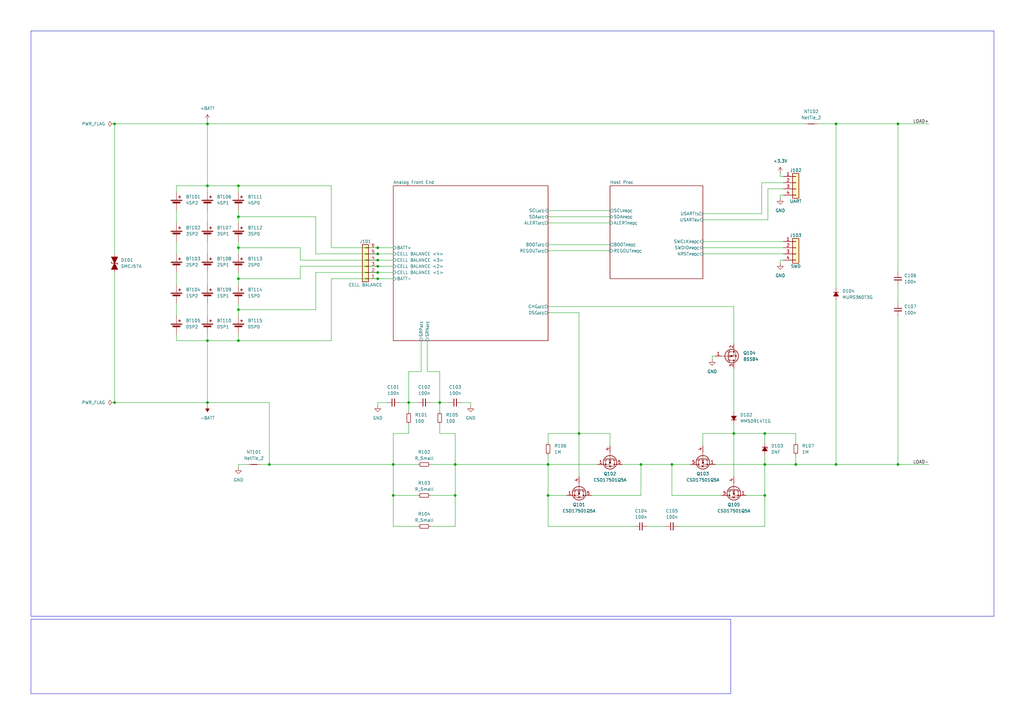
<source format=kicad_sch>
(kicad_sch (version 20230121) (generator eeschema)

  (uuid e5aec699-cbb3-4a0a-85fe-d16ec3d6a5c9)

  (paper "A3")

  (title_block
    (title "Vulkan Minotaur")
    (date "2023-11-12")
    (rev "A")
    (company "Open Software Release")
    (comment 1 "Author : OBI-01")
    (comment 2 "Release Mod : Development")
    (comment 3 "Release License : TBD")
    (comment 4 "Release Type : Open Source")
    (comment 5 "Version Controlled : YES")
  )

  (lib_symbols
    (symbol "Connector_Generic:Conn_01x04" (pin_names (offset 1.016) hide) (in_bom yes) (on_board yes)
      (property "Reference" "J" (at 0 5.08 0)
        (effects (font (size 1.27 1.27)))
      )
      (property "Value" "Conn_01x04" (at 0 -7.62 0)
        (effects (font (size 1.27 1.27)))
      )
      (property "Footprint" "" (at 0 0 0)
        (effects (font (size 1.27 1.27)) hide)
      )
      (property "Datasheet" "~" (at 0 0 0)
        (effects (font (size 1.27 1.27)) hide)
      )
      (property "ki_keywords" "connector" (at 0 0 0)
        (effects (font (size 1.27 1.27)) hide)
      )
      (property "ki_description" "Generic connector, single row, 01x04, script generated (kicad-library-utils/schlib/autogen/connector/)" (at 0 0 0)
        (effects (font (size 1.27 1.27)) hide)
      )
      (property "ki_fp_filters" "Connector*:*_1x??_*" (at 0 0 0)
        (effects (font (size 1.27 1.27)) hide)
      )
      (symbol "Conn_01x04_1_1"
        (rectangle (start -1.27 -4.953) (end 0 -5.207)
          (stroke (width 0.1524) (type default))
          (fill (type none))
        )
        (rectangle (start -1.27 -2.413) (end 0 -2.667)
          (stroke (width 0.1524) (type default))
          (fill (type none))
        )
        (rectangle (start -1.27 0.127) (end 0 -0.127)
          (stroke (width 0.1524) (type default))
          (fill (type none))
        )
        (rectangle (start -1.27 2.667) (end 0 2.413)
          (stroke (width 0.1524) (type default))
          (fill (type none))
        )
        (rectangle (start -1.27 3.81) (end 1.27 -6.35)
          (stroke (width 0.254) (type default))
          (fill (type background))
        )
        (pin passive line (at -5.08 2.54 0) (length 3.81)
          (name "Pin_1" (effects (font (size 1.27 1.27))))
          (number "1" (effects (font (size 1.27 1.27))))
        )
        (pin passive line (at -5.08 0 0) (length 3.81)
          (name "Pin_2" (effects (font (size 1.27 1.27))))
          (number "2" (effects (font (size 1.27 1.27))))
        )
        (pin passive line (at -5.08 -2.54 0) (length 3.81)
          (name "Pin_3" (effects (font (size 1.27 1.27))))
          (number "3" (effects (font (size 1.27 1.27))))
        )
        (pin passive line (at -5.08 -5.08 0) (length 3.81)
          (name "Pin_4" (effects (font (size 1.27 1.27))))
          (number "4" (effects (font (size 1.27 1.27))))
        )
      )
    )
    (symbol "Connector_Generic:Conn_01x06" (pin_names (offset 1.016) hide) (in_bom yes) (on_board yes)
      (property "Reference" "J" (at 0 7.62 0)
        (effects (font (size 1.27 1.27)))
      )
      (property "Value" "Conn_01x06" (at 0 -10.16 0)
        (effects (font (size 1.27 1.27)))
      )
      (property "Footprint" "" (at 0 0 0)
        (effects (font (size 1.27 1.27)) hide)
      )
      (property "Datasheet" "~" (at 0 0 0)
        (effects (font (size 1.27 1.27)) hide)
      )
      (property "ki_keywords" "connector" (at 0 0 0)
        (effects (font (size 1.27 1.27)) hide)
      )
      (property "ki_description" "Generic connector, single row, 01x06, script generated (kicad-library-utils/schlib/autogen/connector/)" (at 0 0 0)
        (effects (font (size 1.27 1.27)) hide)
      )
      (property "ki_fp_filters" "Connector*:*_1x??_*" (at 0 0 0)
        (effects (font (size 1.27 1.27)) hide)
      )
      (symbol "Conn_01x06_1_1"
        (rectangle (start -1.27 -7.493) (end 0 -7.747)
          (stroke (width 0.1524) (type default))
          (fill (type none))
        )
        (rectangle (start -1.27 -4.953) (end 0 -5.207)
          (stroke (width 0.1524) (type default))
          (fill (type none))
        )
        (rectangle (start -1.27 -2.413) (end 0 -2.667)
          (stroke (width 0.1524) (type default))
          (fill (type none))
        )
        (rectangle (start -1.27 0.127) (end 0 -0.127)
          (stroke (width 0.1524) (type default))
          (fill (type none))
        )
        (rectangle (start -1.27 2.667) (end 0 2.413)
          (stroke (width 0.1524) (type default))
          (fill (type none))
        )
        (rectangle (start -1.27 5.207) (end 0 4.953)
          (stroke (width 0.1524) (type default))
          (fill (type none))
        )
        (rectangle (start -1.27 6.35) (end 1.27 -8.89)
          (stroke (width 0.254) (type default))
          (fill (type background))
        )
        (pin passive line (at -5.08 5.08 0) (length 3.81)
          (name "Pin_1" (effects (font (size 1.27 1.27))))
          (number "1" (effects (font (size 1.27 1.27))))
        )
        (pin passive line (at -5.08 2.54 0) (length 3.81)
          (name "Pin_2" (effects (font (size 1.27 1.27))))
          (number "2" (effects (font (size 1.27 1.27))))
        )
        (pin passive line (at -5.08 0 0) (length 3.81)
          (name "Pin_3" (effects (font (size 1.27 1.27))))
          (number "3" (effects (font (size 1.27 1.27))))
        )
        (pin passive line (at -5.08 -2.54 0) (length 3.81)
          (name "Pin_4" (effects (font (size 1.27 1.27))))
          (number "4" (effects (font (size 1.27 1.27))))
        )
        (pin passive line (at -5.08 -5.08 0) (length 3.81)
          (name "Pin_5" (effects (font (size 1.27 1.27))))
          (number "5" (effects (font (size 1.27 1.27))))
        )
        (pin passive line (at -5.08 -7.62 0) (length 3.81)
          (name "Pin_6" (effects (font (size 1.27 1.27))))
          (number "6" (effects (font (size 1.27 1.27))))
        )
      )
    )
    (symbol "Device:Battery_Cell" (pin_numbers hide) (pin_names (offset 0) hide) (in_bom yes) (on_board yes)
      (property "Reference" "BT" (at 2.54 2.54 0)
        (effects (font (size 1.27 1.27)) (justify left))
      )
      (property "Value" "Battery_Cell" (at 2.54 0 0)
        (effects (font (size 1.27 1.27)) (justify left))
      )
      (property "Footprint" "" (at 0 1.524 90)
        (effects (font (size 1.27 1.27)) hide)
      )
      (property "Datasheet" "~" (at 0 1.524 90)
        (effects (font (size 1.27 1.27)) hide)
      )
      (property "ki_keywords" "battery cell" (at 0 0 0)
        (effects (font (size 1.27 1.27)) hide)
      )
      (property "ki_description" "Single-cell battery" (at 0 0 0)
        (effects (font (size 1.27 1.27)) hide)
      )
      (symbol "Battery_Cell_0_1"
        (rectangle (start -2.286 1.778) (end 2.286 1.524)
          (stroke (width 0) (type default))
          (fill (type outline))
        )
        (rectangle (start -1.524 1.016) (end 1.524 0.508)
          (stroke (width 0) (type default))
          (fill (type outline))
        )
        (polyline
          (pts
            (xy 0 0.762)
            (xy 0 0)
          )
          (stroke (width 0) (type default))
          (fill (type none))
        )
        (polyline
          (pts
            (xy 0 1.778)
            (xy 0 2.54)
          )
          (stroke (width 0) (type default))
          (fill (type none))
        )
        (polyline
          (pts
            (xy 0.762 3.048)
            (xy 1.778 3.048)
          )
          (stroke (width 0.254) (type default))
          (fill (type none))
        )
        (polyline
          (pts
            (xy 1.27 3.556)
            (xy 1.27 2.54)
          )
          (stroke (width 0.254) (type default))
          (fill (type none))
        )
      )
      (symbol "Battery_Cell_1_1"
        (pin passive line (at 0 5.08 270) (length 2.54)
          (name "+" (effects (font (size 1.27 1.27))))
          (number "1" (effects (font (size 1.27 1.27))))
        )
        (pin passive line (at 0 -2.54 90) (length 2.54)
          (name "-" (effects (font (size 1.27 1.27))))
          (number "2" (effects (font (size 1.27 1.27))))
        )
      )
    )
    (symbol "Device:C_Small" (pin_numbers hide) (pin_names (offset 0.254) hide) (in_bom yes) (on_board yes)
      (property "Reference" "C" (at 0.254 1.778 0)
        (effects (font (size 1.27 1.27)) (justify left))
      )
      (property "Value" "C_Small" (at 0.254 -2.032 0)
        (effects (font (size 1.27 1.27)) (justify left))
      )
      (property "Footprint" "" (at 0 0 0)
        (effects (font (size 1.27 1.27)) hide)
      )
      (property "Datasheet" "~" (at 0 0 0)
        (effects (font (size 1.27 1.27)) hide)
      )
      (property "ki_keywords" "capacitor cap" (at 0 0 0)
        (effects (font (size 1.27 1.27)) hide)
      )
      (property "ki_description" "Unpolarized capacitor, small symbol" (at 0 0 0)
        (effects (font (size 1.27 1.27)) hide)
      )
      (property "ki_fp_filters" "C_*" (at 0 0 0)
        (effects (font (size 1.27 1.27)) hide)
      )
      (symbol "C_Small_0_1"
        (polyline
          (pts
            (xy -1.524 -0.508)
            (xy 1.524 -0.508)
          )
          (stroke (width 0.3302) (type default))
          (fill (type none))
        )
        (polyline
          (pts
            (xy -1.524 0.508)
            (xy 1.524 0.508)
          )
          (stroke (width 0.3048) (type default))
          (fill (type none))
        )
      )
      (symbol "C_Small_1_1"
        (pin passive line (at 0 2.54 270) (length 2.032)
          (name "~" (effects (font (size 1.27 1.27))))
          (number "1" (effects (font (size 1.27 1.27))))
        )
        (pin passive line (at 0 -2.54 90) (length 2.032)
          (name "~" (effects (font (size 1.27 1.27))))
          (number "2" (effects (font (size 1.27 1.27))))
        )
      )
    )
    (symbol "Device:D_Small_Filled" (pin_numbers hide) (pin_names (offset 0.254) hide) (in_bom yes) (on_board yes)
      (property "Reference" "D" (at -1.27 2.032 0)
        (effects (font (size 1.27 1.27)) (justify left))
      )
      (property "Value" "D_Small_Filled" (at -3.81 -2.032 0)
        (effects (font (size 1.27 1.27)) (justify left))
      )
      (property "Footprint" "" (at 0 0 90)
        (effects (font (size 1.27 1.27)) hide)
      )
      (property "Datasheet" "~" (at 0 0 90)
        (effects (font (size 1.27 1.27)) hide)
      )
      (property "Sim.Device" "D" (at 0 0 0)
        (effects (font (size 1.27 1.27)) hide)
      )
      (property "Sim.Pins" "1=K 2=A" (at 0 0 0)
        (effects (font (size 1.27 1.27)) hide)
      )
      (property "ki_keywords" "diode" (at 0 0 0)
        (effects (font (size 1.27 1.27)) hide)
      )
      (property "ki_description" "Diode, small symbol, filled shape" (at 0 0 0)
        (effects (font (size 1.27 1.27)) hide)
      )
      (property "ki_fp_filters" "TO-???* *_Diode_* *SingleDiode* D_*" (at 0 0 0)
        (effects (font (size 1.27 1.27)) hide)
      )
      (symbol "D_Small_Filled_0_1"
        (polyline
          (pts
            (xy -0.762 -1.016)
            (xy -0.762 1.016)
          )
          (stroke (width 0.254) (type default))
          (fill (type none))
        )
        (polyline
          (pts
            (xy -0.762 0)
            (xy 0.762 0)
          )
          (stroke (width 0) (type default))
          (fill (type none))
        )
        (polyline
          (pts
            (xy 0.762 -1.016)
            (xy -0.762 0)
            (xy 0.762 1.016)
            (xy 0.762 -1.016)
          )
          (stroke (width 0.254) (type default))
          (fill (type outline))
        )
      )
      (symbol "D_Small_Filled_1_1"
        (pin passive line (at -2.54 0 0) (length 1.778)
          (name "K" (effects (font (size 1.27 1.27))))
          (number "1" (effects (font (size 1.27 1.27))))
        )
        (pin passive line (at 2.54 0 180) (length 1.778)
          (name "A" (effects (font (size 1.27 1.27))))
          (number "2" (effects (font (size 1.27 1.27))))
        )
      )
    )
    (symbol "Device:D_TVS_Filled" (pin_numbers hide) (pin_names (offset 1.016) hide) (in_bom yes) (on_board yes)
      (property "Reference" "D" (at 0 2.54 0)
        (effects (font (size 1.27 1.27)))
      )
      (property "Value" "D_TVS_Filled" (at 0 -2.54 0)
        (effects (font (size 1.27 1.27)))
      )
      (property "Footprint" "" (at 0 0 0)
        (effects (font (size 1.27 1.27)) hide)
      )
      (property "Datasheet" "~" (at 0 0 0)
        (effects (font (size 1.27 1.27)) hide)
      )
      (property "ki_keywords" "diode TVS thyrector" (at 0 0 0)
        (effects (font (size 1.27 1.27)) hide)
      )
      (property "ki_description" "Bidirectional transient-voltage-suppression diode, filled shape" (at 0 0 0)
        (effects (font (size 1.27 1.27)) hide)
      )
      (property "ki_fp_filters" "TO-???* *_Diode_* *SingleDiode* D_*" (at 0 0 0)
        (effects (font (size 1.27 1.27)) hide)
      )
      (symbol "D_TVS_Filled_0_1"
        (polyline
          (pts
            (xy 1.27 0)
            (xy -1.27 0)
          )
          (stroke (width 0) (type default))
          (fill (type none))
        )
        (polyline
          (pts
            (xy -2.54 -1.27)
            (xy 0 0)
            (xy -2.54 1.27)
            (xy -2.54 -1.27)
          )
          (stroke (width 0.254) (type default))
          (fill (type outline))
        )
        (polyline
          (pts
            (xy 0.508 1.27)
            (xy 0 1.27)
            (xy 0 -1.27)
            (xy -0.508 -1.27)
          )
          (stroke (width 0.254) (type default))
          (fill (type none))
        )
        (polyline
          (pts
            (xy 2.54 1.27)
            (xy 2.54 -1.27)
            (xy 0 0)
            (xy 2.54 1.27)
          )
          (stroke (width 0.254) (type default))
          (fill (type outline))
        )
      )
      (symbol "D_TVS_Filled_1_1"
        (pin passive line (at -3.81 0 0) (length 2.54)
          (name "A1" (effects (font (size 1.27 1.27))))
          (number "1" (effects (font (size 1.27 1.27))))
        )
        (pin passive line (at 3.81 0 180) (length 2.54)
          (name "A2" (effects (font (size 1.27 1.27))))
          (number "2" (effects (font (size 1.27 1.27))))
        )
      )
    )
    (symbol "Device:D_Zener_Small_Filled" (pin_numbers hide) (pin_names (offset 0.254) hide) (in_bom yes) (on_board yes)
      (property "Reference" "D" (at 0 2.286 0)
        (effects (font (size 1.27 1.27)))
      )
      (property "Value" "D_Zener_Small_Filled" (at 0 -2.286 0)
        (effects (font (size 1.27 1.27)))
      )
      (property "Footprint" "" (at 0 0 90)
        (effects (font (size 1.27 1.27)) hide)
      )
      (property "Datasheet" "~" (at 0 0 90)
        (effects (font (size 1.27 1.27)) hide)
      )
      (property "ki_keywords" "diode" (at 0 0 0)
        (effects (font (size 1.27 1.27)) hide)
      )
      (property "ki_description" "Zener diode, small symbol, filled shape" (at 0 0 0)
        (effects (font (size 1.27 1.27)) hide)
      )
      (property "ki_fp_filters" "TO-???* *_Diode_* *SingleDiode* D_*" (at 0 0 0)
        (effects (font (size 1.27 1.27)) hide)
      )
      (symbol "D_Zener_Small_Filled_0_1"
        (polyline
          (pts
            (xy 0.762 0)
            (xy -0.762 0)
          )
          (stroke (width 0) (type default))
          (fill (type none))
        )
        (polyline
          (pts
            (xy -0.254 1.016)
            (xy -0.762 1.016)
            (xy -0.762 -1.016)
          )
          (stroke (width 0.254) (type default))
          (fill (type none))
        )
        (polyline
          (pts
            (xy 0.762 1.016)
            (xy -0.762 0)
            (xy 0.762 -1.016)
            (xy 0.762 1.016)
          )
          (stroke (width 0.254) (type default))
          (fill (type outline))
        )
      )
      (symbol "D_Zener_Small_Filled_1_1"
        (pin passive line (at -2.54 0 0) (length 1.778)
          (name "K" (effects (font (size 1.27 1.27))))
          (number "1" (effects (font (size 1.27 1.27))))
        )
        (pin passive line (at 2.54 0 180) (length 1.778)
          (name "A" (effects (font (size 1.27 1.27))))
          (number "2" (effects (font (size 1.27 1.27))))
        )
      )
    )
    (symbol "Device:NetTie_2" (pin_numbers hide) (pin_names (offset 0) hide) (in_bom no) (on_board yes)
      (property "Reference" "NT" (at 0 1.27 0)
        (effects (font (size 1.27 1.27)))
      )
      (property "Value" "NetTie_2" (at 0 -1.27 0)
        (effects (font (size 1.27 1.27)))
      )
      (property "Footprint" "" (at 0 0 0)
        (effects (font (size 1.27 1.27)) hide)
      )
      (property "Datasheet" "~" (at 0 0 0)
        (effects (font (size 1.27 1.27)) hide)
      )
      (property "ki_keywords" "net tie short" (at 0 0 0)
        (effects (font (size 1.27 1.27)) hide)
      )
      (property "ki_description" "Net tie, 2 pins" (at 0 0 0)
        (effects (font (size 1.27 1.27)) hide)
      )
      (property "ki_fp_filters" "Net*Tie*" (at 0 0 0)
        (effects (font (size 1.27 1.27)) hide)
      )
      (symbol "NetTie_2_0_1"
        (polyline
          (pts
            (xy -1.27 0)
            (xy 1.27 0)
          )
          (stroke (width 0.254) (type default))
          (fill (type none))
        )
      )
      (symbol "NetTie_2_1_1"
        (pin passive line (at -2.54 0 0) (length 2.54)
          (name "1" (effects (font (size 1.27 1.27))))
          (number "1" (effects (font (size 1.27 1.27))))
        )
        (pin passive line (at 2.54 0 180) (length 2.54)
          (name "2" (effects (font (size 1.27 1.27))))
          (number "2" (effects (font (size 1.27 1.27))))
        )
      )
    )
    (symbol "Device:R_Small" (pin_numbers hide) (pin_names (offset 0.254) hide) (in_bom yes) (on_board yes)
      (property "Reference" "R" (at 0.762 0.508 0)
        (effects (font (size 1.27 1.27)) (justify left))
      )
      (property "Value" "R_Small" (at 0.762 -1.016 0)
        (effects (font (size 1.27 1.27)) (justify left))
      )
      (property "Footprint" "" (at 0 0 0)
        (effects (font (size 1.27 1.27)) hide)
      )
      (property "Datasheet" "~" (at 0 0 0)
        (effects (font (size 1.27 1.27)) hide)
      )
      (property "ki_keywords" "R resistor" (at 0 0 0)
        (effects (font (size 1.27 1.27)) hide)
      )
      (property "ki_description" "Resistor, small symbol" (at 0 0 0)
        (effects (font (size 1.27 1.27)) hide)
      )
      (property "ki_fp_filters" "R_*" (at 0 0 0)
        (effects (font (size 1.27 1.27)) hide)
      )
      (symbol "R_Small_0_1"
        (rectangle (start -0.762 1.778) (end 0.762 -1.778)
          (stroke (width 0.2032) (type default))
          (fill (type none))
        )
      )
      (symbol "R_Small_1_1"
        (pin passive line (at 0 2.54 270) (length 0.762)
          (name "~" (effects (font (size 1.27 1.27))))
          (number "1" (effects (font (size 1.27 1.27))))
        )
        (pin passive line (at 0 -2.54 90) (length 0.762)
          (name "~" (effects (font (size 1.27 1.27))))
          (number "2" (effects (font (size 1.27 1.27))))
        )
      )
    )
    (symbol "Transistor_FET:BSS84" (pin_names hide) (in_bom yes) (on_board yes)
      (property "Reference" "Q" (at 5.08 1.905 0)
        (effects (font (size 1.27 1.27)) (justify left))
      )
      (property "Value" "BSS84" (at 5.08 0 0)
        (effects (font (size 1.27 1.27)) (justify left))
      )
      (property "Footprint" "Package_TO_SOT_SMD:SOT-23" (at 5.08 -1.905 0)
        (effects (font (size 1.27 1.27) italic) (justify left) hide)
      )
      (property "Datasheet" "http://assets.nexperia.com/documents/data-sheet/BSS84.pdf" (at 0 0 0)
        (effects (font (size 1.27 1.27)) (justify left) hide)
      )
      (property "ki_keywords" "P-Channel MOSFET" (at 0 0 0)
        (effects (font (size 1.27 1.27)) hide)
      )
      (property "ki_description" "-0.13A Id, -50V Vds, P-Channel MOSFET, SOT-23" (at 0 0 0)
        (effects (font (size 1.27 1.27)) hide)
      )
      (property "ki_fp_filters" "SOT?23*" (at 0 0 0)
        (effects (font (size 1.27 1.27)) hide)
      )
      (symbol "BSS84_0_1"
        (polyline
          (pts
            (xy 0.254 0)
            (xy -2.54 0)
          )
          (stroke (width 0) (type default))
          (fill (type none))
        )
        (polyline
          (pts
            (xy 0.254 1.905)
            (xy 0.254 -1.905)
          )
          (stroke (width 0.254) (type default))
          (fill (type none))
        )
        (polyline
          (pts
            (xy 0.762 -1.27)
            (xy 0.762 -2.286)
          )
          (stroke (width 0.254) (type default))
          (fill (type none))
        )
        (polyline
          (pts
            (xy 0.762 0.508)
            (xy 0.762 -0.508)
          )
          (stroke (width 0.254) (type default))
          (fill (type none))
        )
        (polyline
          (pts
            (xy 0.762 2.286)
            (xy 0.762 1.27)
          )
          (stroke (width 0.254) (type default))
          (fill (type none))
        )
        (polyline
          (pts
            (xy 2.54 2.54)
            (xy 2.54 1.778)
          )
          (stroke (width 0) (type default))
          (fill (type none))
        )
        (polyline
          (pts
            (xy 2.54 -2.54)
            (xy 2.54 0)
            (xy 0.762 0)
          )
          (stroke (width 0) (type default))
          (fill (type none))
        )
        (polyline
          (pts
            (xy 0.762 1.778)
            (xy 3.302 1.778)
            (xy 3.302 -1.778)
            (xy 0.762 -1.778)
          )
          (stroke (width 0) (type default))
          (fill (type none))
        )
        (polyline
          (pts
            (xy 2.286 0)
            (xy 1.27 0.381)
            (xy 1.27 -0.381)
            (xy 2.286 0)
          )
          (stroke (width 0) (type default))
          (fill (type outline))
        )
        (polyline
          (pts
            (xy 2.794 -0.508)
            (xy 2.921 -0.381)
            (xy 3.683 -0.381)
            (xy 3.81 -0.254)
          )
          (stroke (width 0) (type default))
          (fill (type none))
        )
        (polyline
          (pts
            (xy 3.302 -0.381)
            (xy 2.921 0.254)
            (xy 3.683 0.254)
            (xy 3.302 -0.381)
          )
          (stroke (width 0) (type default))
          (fill (type none))
        )
        (circle (center 1.651 0) (radius 2.794)
          (stroke (width 0.254) (type default))
          (fill (type none))
        )
        (circle (center 2.54 -1.778) (radius 0.254)
          (stroke (width 0) (type default))
          (fill (type outline))
        )
        (circle (center 2.54 1.778) (radius 0.254)
          (stroke (width 0) (type default))
          (fill (type outline))
        )
      )
      (symbol "BSS84_1_1"
        (pin input line (at -5.08 0 0) (length 2.54)
          (name "G" (effects (font (size 1.27 1.27))))
          (number "1" (effects (font (size 1.27 1.27))))
        )
        (pin passive line (at 2.54 -5.08 90) (length 2.54)
          (name "S" (effects (font (size 1.27 1.27))))
          (number "2" (effects (font (size 1.27 1.27))))
        )
        (pin passive line (at 2.54 5.08 270) (length 2.54)
          (name "D" (effects (font (size 1.27 1.27))))
          (number "3" (effects (font (size 1.27 1.27))))
        )
      )
    )
    (symbol "Transistor_FET:CSD17501Q5A" (pin_names hide) (in_bom yes) (on_board yes)
      (property "Reference" "Q" (at 5.08 1.905 0)
        (effects (font (size 1.27 1.27)) (justify left))
      )
      (property "Value" "CSD17501Q5A" (at 5.08 0 0)
        (effects (font (size 1.27 1.27)) (justify left))
      )
      (property "Footprint" "Package_TO_SOT_SMD:TDSON-8-1" (at 5.08 -1.905 0)
        (effects (font (size 1.27 1.27) italic) (justify left) hide)
      )
      (property "Datasheet" "http://www.ti.com/lit/gpn/csd17501q5a" (at 0 0 90)
        (effects (font (size 1.27 1.27)) (justify left) hide)
      )
      (property "ki_keywords" "NexFET Power MOSFET N-MOS" (at 0 0 0)
        (effects (font (size 1.27 1.27)) hide)
      )
      (property "ki_description" "100A Id, 30V Vds, NexFET N-Channel Power MOSFET, 2.9mOhm Ron, Qg (typ) 13.2nC, SON8 5x6mm" (at 0 0 0)
        (effects (font (size 1.27 1.27)) hide)
      )
      (property "ki_fp_filters" "TDSON*" (at 0 0 0)
        (effects (font (size 1.27 1.27)) hide)
      )
      (symbol "CSD17501Q5A_0_1"
        (polyline
          (pts
            (xy 0.254 0)
            (xy -2.54 0)
          )
          (stroke (width 0) (type default))
          (fill (type none))
        )
        (polyline
          (pts
            (xy 0.254 1.905)
            (xy 0.254 -1.905)
          )
          (stroke (width 0.254) (type default))
          (fill (type none))
        )
        (polyline
          (pts
            (xy 0.762 -1.27)
            (xy 0.762 -2.286)
          )
          (stroke (width 0.254) (type default))
          (fill (type none))
        )
        (polyline
          (pts
            (xy 0.762 0.508)
            (xy 0.762 -0.508)
          )
          (stroke (width 0.254) (type default))
          (fill (type none))
        )
        (polyline
          (pts
            (xy 0.762 2.286)
            (xy 0.762 1.27)
          )
          (stroke (width 0.254) (type default))
          (fill (type none))
        )
        (polyline
          (pts
            (xy 2.54 2.54)
            (xy 2.54 1.778)
          )
          (stroke (width 0) (type default))
          (fill (type none))
        )
        (polyline
          (pts
            (xy 2.54 -2.54)
            (xy 2.54 0)
            (xy 0.762 0)
          )
          (stroke (width 0) (type default))
          (fill (type none))
        )
        (polyline
          (pts
            (xy 0.762 -1.778)
            (xy 3.302 -1.778)
            (xy 3.302 1.778)
            (xy 0.762 1.778)
          )
          (stroke (width 0) (type default))
          (fill (type none))
        )
        (polyline
          (pts
            (xy 1.016 0)
            (xy 2.032 0.381)
            (xy 2.032 -0.381)
            (xy 1.016 0)
          )
          (stroke (width 0) (type default))
          (fill (type outline))
        )
        (polyline
          (pts
            (xy 2.794 0.508)
            (xy 2.921 0.381)
            (xy 3.683 0.381)
            (xy 3.81 0.254)
          )
          (stroke (width 0) (type default))
          (fill (type none))
        )
        (polyline
          (pts
            (xy 3.302 0.381)
            (xy 2.921 -0.254)
            (xy 3.683 -0.254)
            (xy 3.302 0.381)
          )
          (stroke (width 0) (type default))
          (fill (type none))
        )
        (circle (center 1.651 0) (radius 2.794)
          (stroke (width 0.254) (type default))
          (fill (type none))
        )
        (circle (center 2.54 -1.778) (radius 0.254)
          (stroke (width 0) (type default))
          (fill (type outline))
        )
        (circle (center 2.54 1.778) (radius 0.254)
          (stroke (width 0) (type default))
          (fill (type outline))
        )
      )
      (symbol "CSD17501Q5A_1_1"
        (pin passive line (at 2.54 -5.08 90) (length 2.54)
          (name "S" (effects (font (size 1.27 1.27))))
          (number "1" (effects (font (size 1.27 1.27))))
        )
        (pin passive line (at 2.54 -5.08 90) (length 2.54) hide
          (name "S" (effects (font (size 1.27 1.27))))
          (number "2" (effects (font (size 1.27 1.27))))
        )
        (pin passive line (at 2.54 -5.08 90) (length 2.54) hide
          (name "S" (effects (font (size 1.27 1.27))))
          (number "3" (effects (font (size 1.27 1.27))))
        )
        (pin passive line (at -5.08 0 0) (length 2.54)
          (name "G" (effects (font (size 1.27 1.27))))
          (number "4" (effects (font (size 1.27 1.27))))
        )
        (pin passive line (at 2.54 5.08 270) (length 2.54)
          (name "D" (effects (font (size 1.27 1.27))))
          (number "5" (effects (font (size 1.27 1.27))))
        )
      )
    )
    (symbol "power:+3.3V" (power) (pin_names (offset 0)) (in_bom yes) (on_board yes)
      (property "Reference" "#PWR" (at 0 -3.81 0)
        (effects (font (size 1.27 1.27)) hide)
      )
      (property "Value" "+3.3V" (at 0 3.556 0)
        (effects (font (size 1.27 1.27)))
      )
      (property "Footprint" "" (at 0 0 0)
        (effects (font (size 1.27 1.27)) hide)
      )
      (property "Datasheet" "" (at 0 0 0)
        (effects (font (size 1.27 1.27)) hide)
      )
      (property "ki_keywords" "global power" (at 0 0 0)
        (effects (font (size 1.27 1.27)) hide)
      )
      (property "ki_description" "Power symbol creates a global label with name \"+3.3V\"" (at 0 0 0)
        (effects (font (size 1.27 1.27)) hide)
      )
      (symbol "+3.3V_0_1"
        (polyline
          (pts
            (xy -0.762 1.27)
            (xy 0 2.54)
          )
          (stroke (width 0) (type default))
          (fill (type none))
        )
        (polyline
          (pts
            (xy 0 0)
            (xy 0 2.54)
          )
          (stroke (width 0) (type default))
          (fill (type none))
        )
        (polyline
          (pts
            (xy 0 2.54)
            (xy 0.762 1.27)
          )
          (stroke (width 0) (type default))
          (fill (type none))
        )
      )
      (symbol "+3.3V_1_1"
        (pin power_in line (at 0 0 90) (length 0) hide
          (name "+3.3V" (effects (font (size 1.27 1.27))))
          (number "1" (effects (font (size 1.27 1.27))))
        )
      )
    )
    (symbol "power:+BATT" (power) (pin_names (offset 0)) (in_bom yes) (on_board yes)
      (property "Reference" "#PWR" (at 0 -3.81 0)
        (effects (font (size 1.27 1.27)) hide)
      )
      (property "Value" "+BATT" (at 0 3.556 0)
        (effects (font (size 1.27 1.27)))
      )
      (property "Footprint" "" (at 0 0 0)
        (effects (font (size 1.27 1.27)) hide)
      )
      (property "Datasheet" "" (at 0 0 0)
        (effects (font (size 1.27 1.27)) hide)
      )
      (property "ki_keywords" "global power battery" (at 0 0 0)
        (effects (font (size 1.27 1.27)) hide)
      )
      (property "ki_description" "Power symbol creates a global label with name \"+BATT\"" (at 0 0 0)
        (effects (font (size 1.27 1.27)) hide)
      )
      (symbol "+BATT_0_1"
        (polyline
          (pts
            (xy -0.762 1.27)
            (xy 0 2.54)
          )
          (stroke (width 0) (type default))
          (fill (type none))
        )
        (polyline
          (pts
            (xy 0 0)
            (xy 0 2.54)
          )
          (stroke (width 0) (type default))
          (fill (type none))
        )
        (polyline
          (pts
            (xy 0 2.54)
            (xy 0.762 1.27)
          )
          (stroke (width 0) (type default))
          (fill (type none))
        )
      )
      (symbol "+BATT_1_1"
        (pin power_in line (at 0 0 90) (length 0) hide
          (name "+BATT" (effects (font (size 1.27 1.27))))
          (number "1" (effects (font (size 1.27 1.27))))
        )
      )
    )
    (symbol "power:-BATT" (power) (pin_names (offset 0)) (in_bom yes) (on_board yes)
      (property "Reference" "#PWR" (at 0 -3.81 0)
        (effects (font (size 1.27 1.27)) hide)
      )
      (property "Value" "-BATT" (at 0 3.556 0)
        (effects (font (size 1.27 1.27)))
      )
      (property "Footprint" "" (at 0 0 0)
        (effects (font (size 1.27 1.27)) hide)
      )
      (property "Datasheet" "" (at 0 0 0)
        (effects (font (size 1.27 1.27)) hide)
      )
      (property "ki_keywords" "global power battery" (at 0 0 0)
        (effects (font (size 1.27 1.27)) hide)
      )
      (property "ki_description" "Power symbol creates a global label with name \"-BATT\"" (at 0 0 0)
        (effects (font (size 1.27 1.27)) hide)
      )
      (symbol "-BATT_0_1"
        (polyline
          (pts
            (xy 0 0)
            (xy 0 2.54)
          )
          (stroke (width 0) (type default))
          (fill (type none))
        )
        (polyline
          (pts
            (xy 0.762 1.27)
            (xy -0.762 1.27)
            (xy 0 2.54)
            (xy 0.762 1.27)
          )
          (stroke (width 0) (type default))
          (fill (type outline))
        )
      )
      (symbol "-BATT_1_1"
        (pin power_in line (at 0 0 90) (length 0) hide
          (name "-BATT" (effects (font (size 1.27 1.27))))
          (number "1" (effects (font (size 1.27 1.27))))
        )
      )
    )
    (symbol "power:GND" (power) (pin_names (offset 0)) (in_bom yes) (on_board yes)
      (property "Reference" "#PWR" (at 0 -6.35 0)
        (effects (font (size 1.27 1.27)) hide)
      )
      (property "Value" "GND" (at 0 -3.81 0)
        (effects (font (size 1.27 1.27)))
      )
      (property "Footprint" "" (at 0 0 0)
        (effects (font (size 1.27 1.27)) hide)
      )
      (property "Datasheet" "" (at 0 0 0)
        (effects (font (size 1.27 1.27)) hide)
      )
      (property "ki_keywords" "global power" (at 0 0 0)
        (effects (font (size 1.27 1.27)) hide)
      )
      (property "ki_description" "Power symbol creates a global label with name \"GND\" , ground" (at 0 0 0)
        (effects (font (size 1.27 1.27)) hide)
      )
      (symbol "GND_0_1"
        (polyline
          (pts
            (xy 0 0)
            (xy 0 -1.27)
            (xy 1.27 -1.27)
            (xy 0 -2.54)
            (xy -1.27 -1.27)
            (xy 0 -1.27)
          )
          (stroke (width 0) (type default))
          (fill (type none))
        )
      )
      (symbol "GND_1_1"
        (pin power_in line (at 0 0 270) (length 0) hide
          (name "GND" (effects (font (size 1.27 1.27))))
          (number "1" (effects (font (size 1.27 1.27))))
        )
      )
    )
    (symbol "power:PWR_FLAG" (power) (pin_numbers hide) (pin_names (offset 0) hide) (in_bom yes) (on_board yes)
      (property "Reference" "#FLG" (at 0 1.905 0)
        (effects (font (size 1.27 1.27)) hide)
      )
      (property "Value" "PWR_FLAG" (at 0 3.81 0)
        (effects (font (size 1.27 1.27)))
      )
      (property "Footprint" "" (at 0 0 0)
        (effects (font (size 1.27 1.27)) hide)
      )
      (property "Datasheet" "~" (at 0 0 0)
        (effects (font (size 1.27 1.27)) hide)
      )
      (property "ki_keywords" "flag power" (at 0 0 0)
        (effects (font (size 1.27 1.27)) hide)
      )
      (property "ki_description" "Special symbol for telling ERC where power comes from" (at 0 0 0)
        (effects (font (size 1.27 1.27)) hide)
      )
      (symbol "PWR_FLAG_0_0"
        (pin power_out line (at 0 0 90) (length 0)
          (name "pwr" (effects (font (size 1.27 1.27))))
          (number "1" (effects (font (size 1.27 1.27))))
        )
      )
      (symbol "PWR_FLAG_0_1"
        (polyline
          (pts
            (xy 0 0)
            (xy 0 1.27)
            (xy -1.016 1.905)
            (xy 0 2.54)
            (xy 1.016 1.905)
            (xy 0 1.27)
          )
          (stroke (width 0) (type default))
          (fill (type none))
        )
      )
    )
  )

  (junction (at 154.94 109.22) (diameter 0) (color 0 0 0 0)
    (uuid 0c320de7-349e-436e-95bc-fe3e683f42be)
  )
  (junction (at 224.79 190.5) (diameter 0) (color 0 0 0 0)
    (uuid 0d632305-81bb-4f76-a307-2221d06f1d09)
  )
  (junction (at 97.79 88.9) (diameter 0) (color 0 0 0 0)
    (uuid 0dc57da7-f2d3-4b72-a1d0-859cff21987e)
  )
  (junction (at 97.79 139.7) (diameter 0) (color 0 0 0 0)
    (uuid 1083d4a3-7784-4cc9-a037-0e82eabe1342)
  )
  (junction (at 342.9 50.8) (diameter 0) (color 0 0 0 0)
    (uuid 17b1f67b-c4c1-4c0e-af91-39dac58e3dbe)
  )
  (junction (at 154.94 106.68) (diameter 0) (color 0 0 0 0)
    (uuid 23cdfd09-68c0-455c-b6c7-d7ae3486020f)
  )
  (junction (at 97.79 114.3) (diameter 0) (color 0 0 0 0)
    (uuid 299a241f-f06b-4320-b0bb-e271b389d20a)
  )
  (junction (at 300.99 177.8) (diameter 0) (color 0 0 0 0)
    (uuid 2e1112af-eb18-48ad-9f34-982fac38accb)
  )
  (junction (at 342.9 190.5) (diameter 0) (color 0 0 0 0)
    (uuid 334c0a39-b345-45da-b91a-eacb7b3d8a11)
  )
  (junction (at 154.94 104.14) (diameter 0) (color 0 0 0 0)
    (uuid 3e57318a-4431-4bad-aaf5-257470621afa)
  )
  (junction (at 161.29 203.2) (diameter 0) (color 0 0 0 0)
    (uuid 520ab9c2-9dd4-4f22-803c-1634c0a1b6b7)
  )
  (junction (at 180.34 165.1) (diameter 0) (color 0 0 0 0)
    (uuid 54cc7556-0e82-4375-b51c-844a2718102b)
  )
  (junction (at 154.94 101.6) (diameter 0) (color 0 0 0 0)
    (uuid 5591617e-25b7-40c6-95b7-390ae346ea17)
  )
  (junction (at 368.3 50.8) (diameter 0) (color 0 0 0 0)
    (uuid 56bf1050-6bb6-47c1-a5c8-4e02543b59ef)
  )
  (junction (at 313.69 203.2) (diameter 0) (color 0 0 0 0)
    (uuid 5c8ddf67-0ad3-4909-9fd6-8b1a956d11ae)
  )
  (junction (at 326.39 190.5) (diameter 0) (color 0 0 0 0)
    (uuid 5dd06008-1f2d-44db-aabe-24d7556034fa)
  )
  (junction (at 97.79 76.2) (diameter 0) (color 0 0 0 0)
    (uuid 69123d76-8d32-4996-bb07-bf44ec30cec9)
  )
  (junction (at 186.69 190.5) (diameter 0) (color 0 0 0 0)
    (uuid 74344213-87b8-499d-bacc-e18ff60c3521)
  )
  (junction (at 85.09 139.7) (diameter 0) (color 0 0 0 0)
    (uuid 754ed26a-4d86-42eb-989b-2bacd2f05834)
  )
  (junction (at 97.79 127) (diameter 0) (color 0 0 0 0)
    (uuid 7b2f9ae0-88c0-4ce0-af4d-85b12854d921)
  )
  (junction (at 368.3 190.5) (diameter 0) (color 0 0 0 0)
    (uuid 81ae66e9-c6bf-4342-8d7e-2d40db33db67)
  )
  (junction (at 237.49 177.8) (diameter 0) (color 0 0 0 0)
    (uuid 81f66e6c-bc38-4872-a652-87bbea1a63c6)
  )
  (junction (at 110.49 190.5) (diameter 0) (color 0 0 0 0)
    (uuid 8271f321-fb56-4ad1-aedb-109f56142389)
  )
  (junction (at 275.59 190.5) (diameter 0) (color 0 0 0 0)
    (uuid 86aea492-01de-42eb-9792-3012e1d43fa8)
  )
  (junction (at 262.89 190.5) (diameter 0) (color 0 0 0 0)
    (uuid 8dbdcc0a-2288-46e4-81ac-3c828dc96359)
  )
  (junction (at 161.29 190.5) (diameter 0) (color 0 0 0 0)
    (uuid 8dcfde7e-ccd5-4428-9c1b-ebb47d4d1d4c)
  )
  (junction (at 85.09 165.1) (diameter 0) (color 0 0 0 0)
    (uuid 8e326160-de77-4f7e-857d-14af85d994fc)
  )
  (junction (at 313.69 190.5) (diameter 0) (color 0 0 0 0)
    (uuid 97241653-8aa6-41e1-a9e9-34b078a6d052)
  )
  (junction (at 97.79 101.6) (diameter 0) (color 0 0 0 0)
    (uuid 9a530451-a7d4-4fc4-94a9-52843b1ba83c)
  )
  (junction (at 46.99 50.8) (diameter 0) (color 0 0 0 0)
    (uuid 9c84c8fb-a3a3-4cdb-8f79-3c41110c89a4)
  )
  (junction (at 186.69 203.2) (diameter 0) (color 0 0 0 0)
    (uuid 9d28ddfd-4dab-43a7-b073-3aecf69644a6)
  )
  (junction (at 154.94 111.76) (diameter 0) (color 0 0 0 0)
    (uuid 9df51f45-97f5-4f66-847f-d067f70f4dae)
  )
  (junction (at 224.79 203.2) (diameter 0) (color 0 0 0 0)
    (uuid a1e9cc1d-393f-4f81-8489-d258fe190caf)
  )
  (junction (at 313.69 177.8) (diameter 0) (color 0 0 0 0)
    (uuid af86eae9-04f2-4bb8-bd69-8ed2c06680b9)
  )
  (junction (at 154.94 114.3) (diameter 0) (color 0 0 0 0)
    (uuid c7bdf5c4-17e4-4b4e-afe0-8b6905ed3c23)
  )
  (junction (at 46.99 165.1) (diameter 0) (color 0 0 0 0)
    (uuid cb3b7236-73f4-4bd2-a22e-b58476963a8c)
  )
  (junction (at 85.09 50.8) (diameter 0) (color 0 0 0 0)
    (uuid dd139ac6-9400-428f-a7af-077252cae773)
  )
  (junction (at 167.64 165.1) (diameter 0) (color 0 0 0 0)
    (uuid e85efec5-e919-4f66-9574-bdc2a4212e4b)
  )
  (junction (at 85.09 76.2) (diameter 0) (color 0 0 0 0)
    (uuid ec3b4a3f-f941-470e-b83d-3a5cb12fd2a8)
  )

  (wire (pts (xy 154.94 165.1) (xy 158.75 165.1))
    (stroke (width 0) (type default))
    (uuid 0463d4b2-0aeb-492b-a696-bfca50565380)
  )
  (wire (pts (xy 288.29 177.8) (xy 300.99 177.8))
    (stroke (width 0) (type default))
    (uuid 05374618-bf0b-43fa-a84f-24c1cc4f9f48)
  )
  (wire (pts (xy 368.3 50.8) (xy 381 50.8))
    (stroke (width 0) (type default))
    (uuid 084cd2e2-a8a3-4df9-9ed3-d449702d8dff)
  )
  (wire (pts (xy 275.59 203.2) (xy 295.91 203.2))
    (stroke (width 0) (type default))
    (uuid 090db4a2-0b00-48ec-9543-060c7a83b296)
  )
  (wire (pts (xy 237.49 177.8) (xy 237.49 195.58))
    (stroke (width 0) (type default))
    (uuid 0936b088-9fa2-4bb5-a0d3-ba561a677851)
  )
  (wire (pts (xy 154.94 109.22) (xy 161.29 109.22))
    (stroke (width 0) (type default))
    (uuid 0936c4c3-7c79-45d2-9c06-ed54d60c4b3c)
  )
  (wire (pts (xy 85.09 86.36) (xy 85.09 91.44))
    (stroke (width 0) (type default))
    (uuid 0a8a9721-55b1-4075-9b0e-9467dc812cf8)
  )
  (wire (pts (xy 320.04 71.12) (xy 320.04 72.39))
    (stroke (width 0) (type default))
    (uuid 0c40d83f-7b13-44ef-96de-c3f4efd55193)
  )
  (wire (pts (xy 313.69 177.8) (xy 326.39 177.8))
    (stroke (width 0) (type default))
    (uuid 0cbf5f69-3adc-4104-bd0f-e8c07c5578b6)
  )
  (wire (pts (xy 85.09 76.2) (xy 97.79 76.2))
    (stroke (width 0) (type default))
    (uuid 0e0f3026-47bb-45eb-9de6-91636e7c609c)
  )
  (wire (pts (xy 123.19 101.6) (xy 123.19 106.68))
    (stroke (width 0) (type default))
    (uuid 0ec1960e-edd8-4613-b229-c14533f1a0cb)
  )
  (polyline (pts (xy 12.7 284.48) (xy 12.7 254))
    (stroke (width 0) (type default))
    (uuid 1022ad3d-89b2-43c8-b938-246cab0dd161)
  )

  (wire (pts (xy 163.83 165.1) (xy 167.64 165.1))
    (stroke (width 0) (type default))
    (uuid 13056d31-36d6-4b3d-8e38-233c12837e9a)
  )
  (wire (pts (xy 172.72 139.7) (xy 172.72 152.4))
    (stroke (width 0) (type default))
    (uuid 136972da-f902-4d83-988e-bd21cae44cb5)
  )
  (wire (pts (xy 320.04 80.01) (xy 321.31 80.01))
    (stroke (width 0) (type default))
    (uuid 138808e0-63d4-473f-9e0c-d76e8df74ef6)
  )
  (wire (pts (xy 288.29 90.17) (xy 314.96 90.17))
    (stroke (width 0) (type default))
    (uuid 14e660c8-1150-4b4d-8ec4-c3975d56d356)
  )
  (wire (pts (xy 313.69 190.5) (xy 313.69 203.2))
    (stroke (width 0) (type default))
    (uuid 1539bfaf-f3af-4795-a691-60d1a3c7332e)
  )
  (wire (pts (xy 154.94 111.76) (xy 161.29 111.76))
    (stroke (width 0) (type default))
    (uuid 15c9e815-18aa-4bd6-9f13-c3ecaf7e3d9b)
  )
  (wire (pts (xy 176.53 165.1) (xy 180.34 165.1))
    (stroke (width 0) (type default))
    (uuid 19cafd41-583a-40fe-9d41-236e8fde824f)
  )
  (wire (pts (xy 320.04 107.95) (xy 320.04 106.68))
    (stroke (width 0) (type default))
    (uuid 1a13ef9a-6443-4125-a43e-9b709b69272e)
  )
  (wire (pts (xy 161.29 215.9) (xy 171.45 215.9))
    (stroke (width 0) (type default))
    (uuid 1bab066c-422a-4370-b691-b68446e4d4b2)
  )
  (wire (pts (xy 262.89 190.5) (xy 262.89 203.2))
    (stroke (width 0) (type default))
    (uuid 1ca6591e-8bd2-45fe-ba1f-d3d0f8cc9907)
  )
  (wire (pts (xy 300.99 125.73) (xy 300.99 140.97))
    (stroke (width 0) (type default))
    (uuid 1da32f5c-6056-4523-b9d8-f596025d5087)
  )
  (wire (pts (xy 292.1 146.05) (xy 293.37 146.05))
    (stroke (width 0) (type default))
    (uuid 1f0ac350-942e-419a-9b8a-a07178210ec4)
  )
  (wire (pts (xy 97.79 190.5) (xy 101.6 190.5))
    (stroke (width 0) (type default))
    (uuid 1f6b7fb1-0d78-4cb6-aca5-3ad9de445b71)
  )
  (wire (pts (xy 313.69 215.9) (xy 313.69 203.2))
    (stroke (width 0) (type default))
    (uuid 20729049-6799-4d33-951c-084ce6c16949)
  )
  (wire (pts (xy 46.99 50.8) (xy 85.09 50.8))
    (stroke (width 0) (type default))
    (uuid 21a89f8e-0221-404e-a026-7ea81b4cef32)
  )
  (wire (pts (xy 129.54 127) (xy 129.54 111.76))
    (stroke (width 0) (type default))
    (uuid 21ac58a0-e5f7-4b7e-a9b5-bfc08d5fd6c3)
  )
  (wire (pts (xy 97.79 101.6) (xy 123.19 101.6))
    (stroke (width 0) (type default))
    (uuid 248dbbd6-e1de-4449-8277-e6416fc8a005)
  )
  (wire (pts (xy 224.79 88.9) (xy 250.19 88.9))
    (stroke (width 0) (type default))
    (uuid 25458332-40fc-4ef2-b674-b32bc0f1a444)
  )
  (wire (pts (xy 314.96 77.47) (xy 321.31 77.47))
    (stroke (width 0) (type default))
    (uuid 25e311bd-9308-4174-88c0-235813ac6132)
  )
  (wire (pts (xy 135.89 114.3) (xy 135.89 139.7))
    (stroke (width 0) (type default))
    (uuid 26180a0f-8b75-46e0-a2e4-3230ac6581e0)
  )
  (wire (pts (xy 135.89 114.3) (xy 154.94 114.3))
    (stroke (width 0) (type default))
    (uuid 267e0612-2b97-4603-829c-e44f260b17e9)
  )
  (wire (pts (xy 250.19 177.8) (xy 250.19 182.88))
    (stroke (width 0) (type default))
    (uuid 27ae0c58-aedb-483a-8f12-c1ec422c182a)
  )
  (wire (pts (xy 180.34 165.1) (xy 184.15 165.1))
    (stroke (width 0) (type default))
    (uuid 2ae5dcd7-fabc-4a0f-b3ba-519b6985b49d)
  )
  (wire (pts (xy 85.09 76.2) (xy 85.09 78.74))
    (stroke (width 0) (type default))
    (uuid 2d5cf4f4-5838-4cac-af2b-5e2949f51a3d)
  )
  (wire (pts (xy 255.27 190.5) (xy 262.89 190.5))
    (stroke (width 0) (type default))
    (uuid 2def5693-8613-4211-9ca4-98d94743671c)
  )
  (polyline (pts (xy 407.67 12.7) (xy 407.67 252.73))
    (stroke (width 0) (type default))
    (uuid 2e109fe3-b81f-40cd-9666-97b9b2c260a2)
  )

  (wire (pts (xy 186.69 203.2) (xy 186.69 190.5))
    (stroke (width 0) (type default))
    (uuid 2ee3b973-eb16-4566-8485-1b45226b54b3)
  )
  (polyline (pts (xy 12.7 252.73) (xy 12.7 12.7))
    (stroke (width 0) (type default))
    (uuid 2f251487-36f2-4d57-9909-123c708c4835)
  )

  (wire (pts (xy 275.59 190.5) (xy 283.21 190.5))
    (stroke (width 0) (type default))
    (uuid 3085ec09-a10c-42c4-b709-0455e293881a)
  )
  (wire (pts (xy 161.29 203.2) (xy 161.29 215.9))
    (stroke (width 0) (type default))
    (uuid 312b3eb3-b65f-410a-b0b8-45056c882c9d)
  )
  (wire (pts (xy 129.54 111.76) (xy 154.94 111.76))
    (stroke (width 0) (type default))
    (uuid 349c1abb-a7d4-48d2-88d5-f3a5fea82289)
  )
  (wire (pts (xy 97.79 191.77) (xy 97.79 190.5))
    (stroke (width 0) (type default))
    (uuid 35830c9b-c4e2-4531-b9db-f30c06481158)
  )
  (wire (pts (xy 123.19 109.22) (xy 123.19 114.3))
    (stroke (width 0) (type default))
    (uuid 3657cb51-009b-4015-bd92-515c9315cdce)
  )
  (wire (pts (xy 154.94 109.22) (xy 123.19 109.22))
    (stroke (width 0) (type default))
    (uuid 36a79fda-d102-4684-97d0-9446830e37ad)
  )
  (wire (pts (xy 46.99 111.76) (xy 46.99 165.1))
    (stroke (width 0) (type default))
    (uuid 371b6275-4792-4e98-a4e8-3d72af311612)
  )
  (wire (pts (xy 85.09 99.06) (xy 85.09 104.14))
    (stroke (width 0) (type default))
    (uuid 3726eefe-e15c-44b4-b33c-7bf5b516ae26)
  )
  (wire (pts (xy 97.79 114.3) (xy 123.19 114.3))
    (stroke (width 0) (type default))
    (uuid 37c31a87-625c-4205-83a4-49b5376d61ef)
  )
  (wire (pts (xy 85.09 50.8) (xy 85.09 76.2))
    (stroke (width 0) (type default))
    (uuid 38a9ba2d-d797-4e1e-a533-23b539f844b6)
  )
  (wire (pts (xy 176.53 215.9) (xy 186.69 215.9))
    (stroke (width 0) (type default))
    (uuid 3acf3f03-aabf-4a0f-8b3f-7ff05942d36d)
  )
  (wire (pts (xy 97.79 99.06) (xy 97.79 101.6))
    (stroke (width 0) (type default))
    (uuid 3bfadd0f-973e-49ff-acd3-4964d11f8a4b)
  )
  (wire (pts (xy 312.42 74.93) (xy 312.42 87.63))
    (stroke (width 0) (type default))
    (uuid 3d64a07f-7fce-47ed-bfec-450e79f036ac)
  )
  (wire (pts (xy 300.99 177.8) (xy 300.99 195.58))
    (stroke (width 0) (type default))
    (uuid 4056ce68-4143-491f-84f7-ccf12b5b5687)
  )
  (wire (pts (xy 85.09 139.7) (xy 97.79 139.7))
    (stroke (width 0) (type default))
    (uuid 42158c08-2667-407c-9375-5415a4c7b15b)
  )
  (wire (pts (xy 161.29 190.5) (xy 161.29 203.2))
    (stroke (width 0) (type default))
    (uuid 433fef08-85ae-4e66-bc15-a8eb8608aeaf)
  )
  (wire (pts (xy 300.99 151.13) (xy 300.99 168.91))
    (stroke (width 0) (type default))
    (uuid 46edf4b8-9f9e-48fe-9415-00be3427a2be)
  )
  (wire (pts (xy 97.79 101.6) (xy 97.79 104.14))
    (stroke (width 0) (type default))
    (uuid 4e64248f-c6b7-4a67-a44c-5447d1e49cbe)
  )
  (wire (pts (xy 167.64 165.1) (xy 171.45 165.1))
    (stroke (width 0) (type default))
    (uuid 4f0d7647-d33d-4b85-b375-aa284b500982)
  )
  (wire (pts (xy 224.79 91.44) (xy 250.19 91.44))
    (stroke (width 0) (type default))
    (uuid 51a55b04-981a-4e88-a0e0-2e680c41262e)
  )
  (wire (pts (xy 180.34 165.1) (xy 180.34 168.91))
    (stroke (width 0) (type default))
    (uuid 52989a9c-d41d-4747-96a7-483c55212ff0)
  )
  (wire (pts (xy 135.89 101.6) (xy 154.94 101.6))
    (stroke (width 0) (type default))
    (uuid 540fb17a-97b6-49af-bbb0-7b41efef51ad)
  )
  (wire (pts (xy 123.19 106.68) (xy 154.94 106.68))
    (stroke (width 0) (type default))
    (uuid 542c00b7-bb8d-466c-a895-7ccaf0bc2cdf)
  )
  (wire (pts (xy 237.49 128.27) (xy 237.49 177.8))
    (stroke (width 0) (type default))
    (uuid 58aedcfd-49e0-426e-bfc9-9d5358b8880c)
  )
  (wire (pts (xy 110.49 190.5) (xy 161.29 190.5))
    (stroke (width 0) (type default))
    (uuid 5975c007-452c-4db2-9fea-db54b029474f)
  )
  (polyline (pts (xy 407.67 252.73) (xy 12.7 252.73))
    (stroke (width 0) (type default))
    (uuid 5a8cf591-b4b7-4788-970b-c69f7d11820e)
  )

  (wire (pts (xy 161.29 190.5) (xy 171.45 190.5))
    (stroke (width 0) (type default))
    (uuid 5b318509-b48f-48d8-bcad-582e76a53b33)
  )
  (wire (pts (xy 326.39 190.5) (xy 342.9 190.5))
    (stroke (width 0) (type default))
    (uuid 5b4dd354-ee02-4d32-96c1-624b27fe6d80)
  )
  (wire (pts (xy 180.34 177.8) (xy 186.69 177.8))
    (stroke (width 0) (type default))
    (uuid 5b66391a-0fee-401d-9394-f5f301cdf90c)
  )
  (wire (pts (xy 72.39 99.06) (xy 72.39 104.14))
    (stroke (width 0) (type default))
    (uuid 5c78c0e7-8be9-4656-98ff-6800127808d5)
  )
  (wire (pts (xy 85.09 139.7) (xy 85.09 165.1))
    (stroke (width 0) (type default))
    (uuid 5e220544-0287-4050-9bfb-ff67afcf7b1c)
  )
  (wire (pts (xy 175.26 152.4) (xy 180.34 152.4))
    (stroke (width 0) (type default))
    (uuid 5e6b6b5e-39a0-4a87-97a1-70eb3e3b9623)
  )
  (wire (pts (xy 85.09 165.1) (xy 110.49 165.1))
    (stroke (width 0) (type default))
    (uuid 612f26aa-8006-46cc-981e-52526c615405)
  )
  (wire (pts (xy 288.29 99.06) (xy 321.31 99.06))
    (stroke (width 0) (type default))
    (uuid 61f44770-968e-442f-bdd8-3eeaf12ff21d)
  )
  (wire (pts (xy 321.31 74.93) (xy 312.42 74.93))
    (stroke (width 0) (type default))
    (uuid 65f8af95-065a-433e-bf09-5ae6df2a7e7b)
  )
  (wire (pts (xy 326.39 177.8) (xy 326.39 181.61))
    (stroke (width 0) (type default))
    (uuid 67600d48-1e70-4257-b8c6-5212b23981fe)
  )
  (wire (pts (xy 193.04 166.37) (xy 193.04 165.1))
    (stroke (width 0) (type default))
    (uuid 6a8e08dc-abf2-43f7-811b-01531570473d)
  )
  (wire (pts (xy 293.37 190.5) (xy 313.69 190.5))
    (stroke (width 0) (type default))
    (uuid 6b478dff-b8fd-4c80-88aa-1c8c5e68bd3b)
  )
  (wire (pts (xy 154.94 106.68) (xy 161.29 106.68))
    (stroke (width 0) (type default))
    (uuid 6d02edcf-7195-4bfa-87ef-a402c24986ea)
  )
  (wire (pts (xy 300.99 173.99) (xy 300.99 177.8))
    (stroke (width 0) (type default))
    (uuid 6d578b71-2831-4c59-8683-b40b44505357)
  )
  (wire (pts (xy 167.64 173.99) (xy 167.64 177.8))
    (stroke (width 0) (type default))
    (uuid 6e0decec-18af-4dca-a5cc-0f9a1ca25dc6)
  )
  (wire (pts (xy 97.79 111.76) (xy 97.79 114.3))
    (stroke (width 0) (type default))
    (uuid 7276f5a6-bb3b-4388-9a01-173fca385667)
  )
  (wire (pts (xy 129.54 104.14) (xy 129.54 88.9))
    (stroke (width 0) (type default))
    (uuid 73883f4c-1ca0-43e1-81d5-e075d8ebabd4)
  )
  (wire (pts (xy 335.28 50.8) (xy 342.9 50.8))
    (stroke (width 0) (type default))
    (uuid 7484d424-2f63-4a04-b621-55a8369650dc)
  )
  (wire (pts (xy 106.68 190.5) (xy 110.49 190.5))
    (stroke (width 0) (type default))
    (uuid 75a20bf2-d4c6-4e37-81c9-a97d8a00149d)
  )
  (wire (pts (xy 176.53 190.5) (xy 186.69 190.5))
    (stroke (width 0) (type default))
    (uuid 784fd72c-92ee-402d-8d75-0876467149b6)
  )
  (wire (pts (xy 97.79 114.3) (xy 97.79 116.84))
    (stroke (width 0) (type default))
    (uuid 78b29c01-4c9b-443c-9a97-0e62d7ac6aee)
  )
  (wire (pts (xy 224.79 190.5) (xy 245.11 190.5))
    (stroke (width 0) (type default))
    (uuid 7a30d6b6-bc4a-4238-850b-3ba4b41c62be)
  )
  (wire (pts (xy 224.79 190.5) (xy 224.79 203.2))
    (stroke (width 0) (type default))
    (uuid 7b842ad9-073f-4a6e-a842-d9f2c13388f0)
  )
  (wire (pts (xy 175.26 139.7) (xy 175.26 152.4))
    (stroke (width 0) (type default))
    (uuid 7ba43721-1568-43eb-be5e-5b91571247e2)
  )
  (wire (pts (xy 161.29 177.8) (xy 167.64 177.8))
    (stroke (width 0) (type default))
    (uuid 7e4e4339-5a70-4af3-9d56-516a506f7f77)
  )
  (wire (pts (xy 278.13 215.9) (xy 313.69 215.9))
    (stroke (width 0) (type default))
    (uuid 7e58c878-d068-486c-87bd-dc443732f149)
  )
  (wire (pts (xy 154.94 104.14) (xy 161.29 104.14))
    (stroke (width 0) (type default))
    (uuid 7e5f0973-c1cb-4ad8-b4a3-cd38d5e7a345)
  )
  (wire (pts (xy 154.94 165.1) (xy 154.94 166.37))
    (stroke (width 0) (type default))
    (uuid 809608e4-ec83-4f83-bba7-f3e2482afb9c)
  )
  (polyline (pts (xy 12.7 12.7) (xy 407.67 12.7))
    (stroke (width 0) (type default))
    (uuid 822370fa-97ba-4b67-951a-7f4b02897af2)
  )

  (wire (pts (xy 288.29 177.8) (xy 288.29 182.88))
    (stroke (width 0) (type default))
    (uuid 849507c9-8c4b-4fd2-a742-6d3884c8c782)
  )
  (wire (pts (xy 342.9 123.19) (xy 342.9 190.5))
    (stroke (width 0) (type default))
    (uuid 8abda693-b5a6-42cd-97cd-817f4b5e6e2e)
  )
  (wire (pts (xy 97.79 127) (xy 129.54 127))
    (stroke (width 0) (type default))
    (uuid 8adb85b8-07b8-489c-a5a0-e7094684b726)
  )
  (wire (pts (xy 135.89 76.2) (xy 135.89 101.6))
    (stroke (width 0) (type default))
    (uuid 8b3cbd76-f70e-47f7-983a-81236ee586d8)
  )
  (wire (pts (xy 72.39 111.76) (xy 72.39 116.84))
    (stroke (width 0) (type default))
    (uuid 918485c0-2711-454e-8e62-97b4ee30cc66)
  )
  (wire (pts (xy 368.3 116.84) (xy 368.3 124.46))
    (stroke (width 0) (type default))
    (uuid 923620e7-0f0a-4c1a-b20e-7b1efc21260b)
  )
  (wire (pts (xy 180.34 177.8) (xy 180.34 173.99))
    (stroke (width 0) (type default))
    (uuid 92a6e3e7-9304-44ff-b6b1-975370fec6d2)
  )
  (wire (pts (xy 167.64 152.4) (xy 172.72 152.4))
    (stroke (width 0) (type default))
    (uuid 9301d0f4-43db-4e6a-9f6e-7d30c8b3d988)
  )
  (polyline (pts (xy 299.72 284.48) (xy 12.7 284.48))
    (stroke (width 0) (type default))
    (uuid 93fc937f-203b-4079-9c9d-e1a5d7c08354)
  )

  (wire (pts (xy 161.29 203.2) (xy 171.45 203.2))
    (stroke (width 0) (type default))
    (uuid 965b5953-c93c-4764-83bb-7df3995e047f)
  )
  (wire (pts (xy 313.69 177.8) (xy 313.69 181.61))
    (stroke (width 0) (type default))
    (uuid 982cf026-d28b-47df-a73d-0c4307fde24c)
  )
  (wire (pts (xy 224.79 86.36) (xy 250.19 86.36))
    (stroke (width 0) (type default))
    (uuid 9a48f0cd-bdb2-4ba6-bc75-e8d9939c4dce)
  )
  (wire (pts (xy 224.79 125.73) (xy 300.99 125.73))
    (stroke (width 0) (type default))
    (uuid 9a7cf2ea-4093-4ba6-8344-c03c91271782)
  )
  (wire (pts (xy 320.04 72.39) (xy 321.31 72.39))
    (stroke (width 0) (type default))
    (uuid 9b162a8a-7db4-4595-8551-2e217b3885d8)
  )
  (wire (pts (xy 72.39 76.2) (xy 85.09 76.2))
    (stroke (width 0) (type default))
    (uuid 9be00dfa-7f84-402c-83b7-06a6ec4595f0)
  )
  (wire (pts (xy 97.79 137.16) (xy 97.79 139.7))
    (stroke (width 0) (type default))
    (uuid 9bfe2f92-f148-430c-9d9e-f97c47c1dd20)
  )
  (wire (pts (xy 242.57 203.2) (xy 262.89 203.2))
    (stroke (width 0) (type default))
    (uuid 9cc69782-f201-4f1e-be46-22f33b50d8c1)
  )
  (wire (pts (xy 85.09 49.53) (xy 85.09 50.8))
    (stroke (width 0) (type default))
    (uuid 9d979bab-4093-4125-8f27-9c5dda9e0656)
  )
  (wire (pts (xy 224.79 186.69) (xy 224.79 190.5))
    (stroke (width 0) (type default))
    (uuid 9e41c26c-e455-4e83-80f8-cb7a96f4afc3)
  )
  (wire (pts (xy 288.29 101.6) (xy 321.31 101.6))
    (stroke (width 0) (type default))
    (uuid a01f1c43-d041-4c0b-821c-2bac30838105)
  )
  (wire (pts (xy 275.59 190.5) (xy 275.59 203.2))
    (stroke (width 0) (type default))
    (uuid a2d2592c-1d64-402c-ab41-985e40aad176)
  )
  (wire (pts (xy 161.29 190.5) (xy 161.29 177.8))
    (stroke (width 0) (type default))
    (uuid a4005101-ec9c-4a0b-9e5c-be7ecd02e4e6)
  )
  (wire (pts (xy 72.39 124.46) (xy 72.39 129.54))
    (stroke (width 0) (type default))
    (uuid a5259800-5fef-4abf-921c-ff14d8edb080)
  )
  (wire (pts (xy 313.69 186.69) (xy 313.69 190.5))
    (stroke (width 0) (type default))
    (uuid a5f5da12-39cb-4387-a210-9e2ce95d38aa)
  )
  (polyline (pts (xy 12.7 254) (xy 299.72 254))
    (stroke (width 0) (type default))
    (uuid a6b080c9-3210-4d49-83ed-6cfdf43ab9df)
  )

  (wire (pts (xy 368.3 190.5) (xy 381 190.5))
    (stroke (width 0) (type default))
    (uuid a721b716-555a-4122-8c8d-5e719b903fb8)
  )
  (wire (pts (xy 167.64 152.4) (xy 167.64 165.1))
    (stroke (width 0) (type default))
    (uuid a80c3591-f9cf-4e6a-9ed4-623f2fb446ac)
  )
  (wire (pts (xy 85.09 50.8) (xy 330.2 50.8))
    (stroke (width 0) (type default))
    (uuid a833f5a2-2b5f-4c7c-a0b4-480a275f05ad)
  )
  (wire (pts (xy 46.99 104.14) (xy 46.99 50.8))
    (stroke (width 0) (type default))
    (uuid a8c43dfa-3f85-4170-9ff2-dac0ac9a3874)
  )
  (wire (pts (xy 97.79 88.9) (xy 97.79 91.44))
    (stroke (width 0) (type default))
    (uuid a915b552-c603-4e88-9b76-ae95ba868131)
  )
  (wire (pts (xy 72.39 137.16) (xy 72.39 139.7))
    (stroke (width 0) (type default))
    (uuid a975a226-61e1-4d57-a8a5-8a2a323f52b5)
  )
  (wire (pts (xy 85.09 124.46) (xy 85.09 129.54))
    (stroke (width 0) (type default))
    (uuid ac8045dc-eaa4-4089-9870-8cee6ccb32a6)
  )
  (wire (pts (xy 288.29 104.14) (xy 321.31 104.14))
    (stroke (width 0) (type default))
    (uuid ad3f510a-66c6-46ba-8430-2239774b7352)
  )
  (wire (pts (xy 292.1 146.05) (xy 292.1 147.32))
    (stroke (width 0) (type default))
    (uuid b3ffd6c8-fe2c-40f1-93d3-d3fd471620bc)
  )
  (wire (pts (xy 154.94 104.14) (xy 129.54 104.14))
    (stroke (width 0) (type default))
    (uuid b47c8055-6598-4492-a283-51d1974c3a7f)
  )
  (wire (pts (xy 186.69 177.8) (xy 186.69 190.5))
    (stroke (width 0) (type default))
    (uuid b53fad7f-209e-4c76-879c-8953db4b52c5)
  )
  (wire (pts (xy 97.79 88.9) (xy 129.54 88.9))
    (stroke (width 0) (type default))
    (uuid b6d8a678-e592-46d5-a5be-7536a40e71a1)
  )
  (wire (pts (xy 313.69 190.5) (xy 326.39 190.5))
    (stroke (width 0) (type default))
    (uuid b8a7cc0a-008d-4223-a493-2dc6b0cfed76)
  )
  (wire (pts (xy 85.09 165.1) (xy 85.09 166.37))
    (stroke (width 0) (type default))
    (uuid b9eca6c3-2150-4549-963a-befa3062a3be)
  )
  (wire (pts (xy 97.79 76.2) (xy 97.79 78.74))
    (stroke (width 0) (type default))
    (uuid baa92dde-9dc6-451c-8006-0475562dc1f0)
  )
  (wire (pts (xy 368.3 129.54) (xy 368.3 190.5))
    (stroke (width 0) (type default))
    (uuid bbb8e4fe-f91c-4592-8c92-eb907ac079cb)
  )
  (wire (pts (xy 46.99 165.1) (xy 85.09 165.1))
    (stroke (width 0) (type default))
    (uuid bc3af948-1518-4404-8484-add4bf9b6518)
  )
  (wire (pts (xy 154.94 114.3) (xy 161.29 114.3))
    (stroke (width 0) (type default))
    (uuid bee8d602-bcf9-4ccc-8c0b-c32b93bd784e)
  )
  (wire (pts (xy 265.43 215.9) (xy 273.05 215.9))
    (stroke (width 0) (type default))
    (uuid c0f52e10-38bd-46a7-8b53-efafa82e1cd6)
  )
  (wire (pts (xy 97.79 124.46) (xy 97.79 127))
    (stroke (width 0) (type default))
    (uuid c509b746-34f2-437d-a80d-b3ce75bd5539)
  )
  (wire (pts (xy 189.23 165.1) (xy 193.04 165.1))
    (stroke (width 0) (type default))
    (uuid c60d7d88-fe6f-4784-bda4-0a4d8b85e021)
  )
  (wire (pts (xy 288.29 87.63) (xy 312.42 87.63))
    (stroke (width 0) (type default))
    (uuid c6969568-8bc6-4f2b-a30f-909cbf9da88b)
  )
  (wire (pts (xy 326.39 186.69) (xy 326.39 190.5))
    (stroke (width 0) (type default))
    (uuid c6bdc6d1-f12d-4f2b-9e89-19a9b4ed3af8)
  )
  (wire (pts (xy 314.96 90.17) (xy 314.96 77.47))
    (stroke (width 0) (type default))
    (uuid cc8d65ad-bff4-4606-b878-e62c26eb3f26)
  )
  (wire (pts (xy 186.69 215.9) (xy 186.69 203.2))
    (stroke (width 0) (type default))
    (uuid cd55182d-be5f-442a-a87f-fb3b2cf2184e)
  )
  (wire (pts (xy 237.49 177.8) (xy 250.19 177.8))
    (stroke (width 0) (type default))
    (uuid cdd6682c-138b-4352-9af2-9a342d39670a)
  )
  (wire (pts (xy 110.49 190.5) (xy 110.49 165.1))
    (stroke (width 0) (type default))
    (uuid ce02cf6b-4697-4f60-a28f-3a161ed12802)
  )
  (wire (pts (xy 300.99 177.8) (xy 313.69 177.8))
    (stroke (width 0) (type default))
    (uuid cee52025-1960-4307-8b1c-4416b6de921d)
  )
  (wire (pts (xy 154.94 101.6) (xy 161.29 101.6))
    (stroke (width 0) (type default))
    (uuid cfdeb51c-7aaa-4591-a060-7757dbc569fc)
  )
  (wire (pts (xy 224.79 203.2) (xy 232.41 203.2))
    (stroke (width 0) (type default))
    (uuid d2d4abe9-f310-4d2e-8119-44095d124345)
  )
  (wire (pts (xy 224.79 102.87) (xy 250.19 102.87))
    (stroke (width 0) (type default))
    (uuid d42223dc-4b97-437a-9cc1-061e420fdfb7)
  )
  (wire (pts (xy 320.04 106.68) (xy 321.31 106.68))
    (stroke (width 0) (type default))
    (uuid d824826b-4568-4976-81e3-6313e19beb1f)
  )
  (wire (pts (xy 342.9 50.8) (xy 342.9 118.11))
    (stroke (width 0) (type default))
    (uuid d83941be-fa6e-428e-8962-c2eb8de6cf9e)
  )
  (wire (pts (xy 320.04 81.28) (xy 320.04 80.01))
    (stroke (width 0) (type default))
    (uuid dabfa618-26ce-4bbf-9996-36bf7f213fa1)
  )
  (wire (pts (xy 85.09 137.16) (xy 85.09 139.7))
    (stroke (width 0) (type default))
    (uuid dc5bfd70-8287-4bf6-b730-00fdbef930be)
  )
  (wire (pts (xy 224.79 203.2) (xy 224.79 215.9))
    (stroke (width 0) (type default))
    (uuid dd1a8800-3d08-498c-a6d5-661fbd8f976b)
  )
  (wire (pts (xy 262.89 190.5) (xy 275.59 190.5))
    (stroke (width 0) (type default))
    (uuid e66d59e2-c144-4d61-b3c4-4b8a5e95a8c3)
  )
  (wire (pts (xy 186.69 190.5) (xy 224.79 190.5))
    (stroke (width 0) (type default))
    (uuid e8ddc152-d5bc-4753-b84b-34043a6b347d)
  )
  (wire (pts (xy 342.9 190.5) (xy 368.3 190.5))
    (stroke (width 0) (type default))
    (uuid ecfe6560-a3f1-48f5-9097-470f3cbb1ee7)
  )
  (wire (pts (xy 224.79 177.8) (xy 224.79 181.61))
    (stroke (width 0) (type default))
    (uuid ee90fd33-a7c2-49b4-83f7-2fd6786d7c9d)
  )
  (wire (pts (xy 72.39 86.36) (xy 72.39 91.44))
    (stroke (width 0) (type default))
    (uuid f012dd73-f1a7-44d7-b4f3-a91f8501a2d5)
  )
  (wire (pts (xy 167.64 165.1) (xy 167.64 168.91))
    (stroke (width 0) (type default))
    (uuid f149d947-1457-4128-b0c2-bf4b6686acb1)
  )
  (wire (pts (xy 224.79 128.27) (xy 237.49 128.27))
    (stroke (width 0) (type default))
    (uuid f1fa035e-babc-4b51-9cb1-15e5aac2254d)
  )
  (wire (pts (xy 368.3 50.8) (xy 368.3 111.76))
    (stroke (width 0) (type default))
    (uuid f3aea960-933e-453b-87d5-6767d7035e53)
  )
  (wire (pts (xy 306.07 203.2) (xy 313.69 203.2))
    (stroke (width 0) (type default))
    (uuid f3c50941-0164-41a0-bbbf-d6573dc281d1)
  )
  (wire (pts (xy 135.89 139.7) (xy 97.79 139.7))
    (stroke (width 0) (type default))
    (uuid f3ea3669-dc0f-48e9-b415-514b4624078d)
  )
  (wire (pts (xy 97.79 76.2) (xy 135.89 76.2))
    (stroke (width 0) (type default))
    (uuid f42d5772-d700-420c-b8fd-1a7e4c1183d0)
  )
  (wire (pts (xy 97.79 127) (xy 97.79 129.54))
    (stroke (width 0) (type default))
    (uuid f5a29d73-4178-4f2c-849b-eef5ae35c00f)
  )
  (wire (pts (xy 224.79 215.9) (xy 260.35 215.9))
    (stroke (width 0) (type default))
    (uuid f5a58e5a-d000-4aa8-9355-d48253ef814a)
  )
  (wire (pts (xy 342.9 50.8) (xy 368.3 50.8))
    (stroke (width 0) (type default))
    (uuid f7772473-7395-4ae6-af65-12db90ebfc73)
  )
  (wire (pts (xy 176.53 203.2) (xy 186.69 203.2))
    (stroke (width 0) (type default))
    (uuid f88110f9-fd32-4228-a276-49147a97d5db)
  )
  (wire (pts (xy 180.34 152.4) (xy 180.34 165.1))
    (stroke (width 0) (type default))
    (uuid f8883d42-52a7-443a-8e78-8de8c5642148)
  )
  (wire (pts (xy 85.09 111.76) (xy 85.09 116.84))
    (stroke (width 0) (type default))
    (uuid f94a6c13-ce73-4a18-ade2-11b919ac7271)
  )
  (wire (pts (xy 72.39 139.7) (xy 85.09 139.7))
    (stroke (width 0) (type default))
    (uuid f990ea0a-80d1-44cf-899d-630ed36ca894)
  )
  (wire (pts (xy 72.39 76.2) (xy 72.39 78.74))
    (stroke (width 0) (type default))
    (uuid fbf6e4a0-01a3-42e2-9a1e-c394d758ddec)
  )
  (wire (pts (xy 97.79 86.36) (xy 97.79 88.9))
    (stroke (width 0) (type default))
    (uuid fc87557b-81e1-453a-b725-007a9f97eb39)
  )
  (wire (pts (xy 224.79 177.8) (xy 237.49 177.8))
    (stroke (width 0) (type default))
    (uuid fd21202d-e359-45aa-9cb4-d79fe0971d54)
  )
  (wire (pts (xy 224.79 100.33) (xy 250.19 100.33))
    (stroke (width 0) (type default))
    (uuid fe1ae1b7-3831-4496-b5b6-9977d6ae05ac)
  )
  (polyline (pts (xy 299.72 254) (xy 299.72 284.48))
    (stroke (width 0) (type default))
    (uuid ff2d5b83-2108-4fb9-a769-5e0a7fe7af2f)
  )

  (label "LOAD-" (at 381 190.5 180) (fields_autoplaced)
    (effects (font (size 1.27 1.27)) (justify right bottom))
    (uuid 4e23acb5-504a-41ca-8701-a47c8d16b0b6)
  )
  (label "LOAD+" (at 381 50.8 180) (fields_autoplaced)
    (effects (font (size 1.27 1.27)) (justify right bottom))
    (uuid eb41daa3-44d7-41c7-9bf0-1bdee8b4a456)
  )

  (symbol (lib_id "Device:D_Zener_Small_Filled") (at 313.69 184.15 270) (unit 1)
    (in_bom yes) (on_board yes) (dnp no) (fields_autoplaced)
    (uuid 03ca0e85-b31b-442c-9d56-6f3a7b4c78fd)
    (property "Reference" "D?" (at 316.23 182.88 90)
      (effects (font (size 1.27 1.27)) (justify left))
    )
    (property "Value" "DNF" (at 316.23 185.42 90)
      (effects (font (size 1.27 1.27)) (justify left))
    )
    (property "Footprint" "Diode_SMD:D_SOD-123" (at 313.69 184.15 90)
      (effects (font (size 1.27 1.27)) hide)
    )
    (property "Datasheet" "~" (at 313.69 184.15 90)
      (effects (font (size 1.27 1.27)) hide)
    )
    (pin "1" (uuid c0801c6a-d040-4b7a-831d-cc84f6895153))
    (pin "2" (uuid 46fbcb6b-ef63-4736-a7d1-a24ad047a882))
    (instances
      (project "Vulkan Minotaur"
        (path "/9e7f77b1-4062-457e-94ed-2b310684b76c/dc953875-eaac-402b-881e-9eddfbb292a3"
          (reference "D?") (unit 1)
        )
        (path "/9e7f77b1-4062-457e-94ed-2b310684b76c"
          (reference "D?") (unit 1)
        )
      )
      (project "Minotaur"
        (path "/e5aec699-cbb3-4a0a-85fe-d16ec3d6a5c9"
          (reference "D103") (unit 1)
        )
      )
    )
  )

  (symbol (lib_id "power:GND") (at 154.94 166.37 0) (unit 1)
    (in_bom yes) (on_board yes) (dnp no) (fields_autoplaced)
    (uuid 05855103-207f-41e4-8c26-38bb9f31d24d)
    (property "Reference" "#PWR?" (at 154.94 172.72 0)
      (effects (font (size 1.27 1.27)) hide)
    )
    (property "Value" "GND" (at 154.94 171.45 0)
      (effects (font (size 1.27 1.27)))
    )
    (property "Footprint" "" (at 154.94 166.37 0)
      (effects (font (size 1.27 1.27)) hide)
    )
    (property "Datasheet" "" (at 154.94 166.37 0)
      (effects (font (size 1.27 1.27)) hide)
    )
    (pin "1" (uuid 4f8f5213-2442-428e-855a-f0b85314eac0))
    (instances
      (project "Vulkan Minotaur"
        (path "/9e7f77b1-4062-457e-94ed-2b310684b76c/dc953875-eaac-402b-881e-9eddfbb292a3"
          (reference "#PWR?") (unit 1)
        )
        (path "/9e7f77b1-4062-457e-94ed-2b310684b76c"
          (reference "#PWR?") (unit 1)
        )
      )
      (project "Minotaur"
        (path "/e5aec699-cbb3-4a0a-85fe-d16ec3d6a5c9"
          (reference "#PWR0104") (unit 1)
        )
      )
    )
  )

  (symbol (lib_id "power:+3.3V") (at 320.04 71.12 0) (unit 1)
    (in_bom yes) (on_board yes) (dnp no) (fields_autoplaced)
    (uuid 0859e9d9-1394-4bf0-8eaa-09fbb1843021)
    (property "Reference" "#PWR?" (at 320.04 74.93 0)
      (effects (font (size 1.27 1.27)) hide)
    )
    (property "Value" "+3.3V" (at 320.04 66.04 0)
      (effects (font (size 1.27 1.27)))
    )
    (property "Footprint" "" (at 320.04 71.12 0)
      (effects (font (size 1.27 1.27)) hide)
    )
    (property "Datasheet" "" (at 320.04 71.12 0)
      (effects (font (size 1.27 1.27)) hide)
    )
    (pin "1" (uuid 933a47b7-8e1c-428c-85ec-f56ad96d573c))
    (instances
      (project "Vulkan Minotaur"
        (path "/9e7f77b1-4062-457e-94ed-2b310684b76c/c9343aa4-9a40-4d26-937c-ff0bca887c31"
          (reference "#PWR?") (unit 1)
        )
        (path "/9e7f77b1-4062-457e-94ed-2b310684b76c"
          (reference "#PWR?") (unit 1)
        )
      )
      (project "Minotaur"
        (path "/e5aec699-cbb3-4a0a-85fe-d16ec3d6a5c9"
          (reference "#PWR0107") (unit 1)
        )
      )
    )
  )

  (symbol (lib_id "Device:Battery_Cell") (at 72.39 134.62 0) (unit 1)
    (in_bom yes) (on_board yes) (dnp no) (fields_autoplaced)
    (uuid 0abb2893-02d1-42fe-9882-8f311a8cadee)
    (property "Reference" "BT?" (at 76.2 131.5085 0)
      (effects (font (size 1.27 1.27)) (justify left))
    )
    (property "Value" "0SP2" (at 76.2 134.0485 0)
      (effects (font (size 1.27 1.27)) (justify left))
    )
    (property "Footprint" "Battery:BatteryHolder_MPD_BH-18650-PC2" (at 72.39 133.096 90)
      (effects (font (size 1.27 1.27)) hide)
    )
    (property "Datasheet" "~" (at 72.39 133.096 90)
      (effects (font (size 1.27 1.27)) hide)
    )
    (pin "1" (uuid 78f68052-58ef-4369-b2b1-8625858d5462))
    (pin "2" (uuid 1eb9ec6c-1dea-4067-aa30-ec25bae2ff16))
    (instances
      (project "Vulkan Minotaur"
        (path "/9e7f77b1-4062-457e-94ed-2b310684b76c"
          (reference "BT?") (unit 1)
        )
      )
      (project "Minotaur"
        (path "/e5aec699-cbb3-4a0a-85fe-d16ec3d6a5c9"
          (reference "BT105") (unit 1)
        )
      )
    )
  )

  (symbol (lib_id "Device:C_Small") (at 368.3 114.3 0) (unit 1)
    (in_bom yes) (on_board yes) (dnp no) (fields_autoplaced)
    (uuid 0fcf24a7-ca8e-498c-9273-ebe3eee2cf5f)
    (property "Reference" "C?" (at 370.84 113.0363 0)
      (effects (font (size 1.27 1.27)) (justify left))
    )
    (property "Value" "100n" (at 370.84 115.5763 0)
      (effects (font (size 1.27 1.27)) (justify left))
    )
    (property "Footprint" "Capacitor_SMD:C_0603_1608Metric_Pad1.08x0.95mm_HandSolder" (at 368.3 114.3 0)
      (effects (font (size 1.27 1.27)) hide)
    )
    (property "Datasheet" "~" (at 368.3 114.3 0)
      (effects (font (size 1.27 1.27)) hide)
    )
    (pin "1" (uuid 8d57a4a3-868e-46e1-8918-d2a05349d331))
    (pin "2" (uuid 57635d36-819f-4fbf-a727-3c58b471b132))
    (instances
      (project "Vulkan Minotaur"
        (path "/9e7f77b1-4062-457e-94ed-2b310684b76c/dc953875-eaac-402b-881e-9eddfbb292a3"
          (reference "C?") (unit 1)
        )
        (path "/9e7f77b1-4062-457e-94ed-2b310684b76c"
          (reference "C?") (unit 1)
        )
      )
      (project "Minotaur"
        (path "/e5aec699-cbb3-4a0a-85fe-d16ec3d6a5c9"
          (reference "C106") (unit 1)
        )
      )
    )
  )

  (symbol (lib_id "power:GND") (at 320.04 107.95 0) (unit 1)
    (in_bom yes) (on_board yes) (dnp no) (fields_autoplaced)
    (uuid 1424acc1-f876-472b-8252-aca8ad9322ab)
    (property "Reference" "#PWR?" (at 320.04 114.3 0)
      (effects (font (size 1.27 1.27)) hide)
    )
    (property "Value" "GND" (at 320.04 113.03 0)
      (effects (font (size 1.27 1.27)))
    )
    (property "Footprint" "" (at 320.04 107.95 0)
      (effects (font (size 1.27 1.27)) hide)
    )
    (property "Datasheet" "" (at 320.04 107.95 0)
      (effects (font (size 1.27 1.27)) hide)
    )
    (pin "1" (uuid 859d1e81-2452-4b4a-a0bc-4d5859ffdebe))
    (instances
      (project "Vulkan Minotaur"
        (path "/9e7f77b1-4062-457e-94ed-2b310684b76c/dc953875-eaac-402b-881e-9eddfbb292a3"
          (reference "#PWR?") (unit 1)
        )
        (path "/9e7f77b1-4062-457e-94ed-2b310684b76c"
          (reference "#PWR?") (unit 1)
        )
      )
      (project "Minotaur"
        (path "/e5aec699-cbb3-4a0a-85fe-d16ec3d6a5c9"
          (reference "#PWR0109") (unit 1)
        )
      )
    )
  )

  (symbol (lib_id "power:PWR_FLAG") (at 46.99 50.8 90) (unit 1)
    (in_bom yes) (on_board yes) (dnp no) (fields_autoplaced)
    (uuid 1f9656b8-64ce-43e1-b4b6-4aef2e4b9c45)
    (property "Reference" "#FLG?" (at 45.085 50.8 0)
      (effects (font (size 1.27 1.27)) hide)
    )
    (property "Value" "PWR_FLAG" (at 43.18 50.8 90)
      (effects (font (size 1.27 1.27)) (justify left))
    )
    (property "Footprint" "" (at 46.99 50.8 0)
      (effects (font (size 1.27 1.27)) hide)
    )
    (property "Datasheet" "~" (at 46.99 50.8 0)
      (effects (font (size 1.27 1.27)) hide)
    )
    (pin "1" (uuid c92745e8-ddbf-4602-80f5-8d0bc22d1929))
    (instances
      (project "Vulkan Minotaur"
        (path "/9e7f77b1-4062-457e-94ed-2b310684b76c"
          (reference "#FLG?") (unit 1)
        )
      )
      (project "Minotaur"
        (path "/e5aec699-cbb3-4a0a-85fe-d16ec3d6a5c9"
          (reference "#FLG0101") (unit 1)
        )
      )
    )
  )

  (symbol (lib_id "Device:C_Small") (at 262.89 215.9 90) (unit 1)
    (in_bom yes) (on_board yes) (dnp no) (fields_autoplaced)
    (uuid 2027d398-2d8a-458f-b977-d3e2b5dcd826)
    (property "Reference" "C104" (at 262.8963 209.55 90)
      (effects (font (size 1.27 1.27)))
    )
    (property "Value" "100n" (at 262.8963 212.09 90)
      (effects (font (size 1.27 1.27)))
    )
    (property "Footprint" "Capacitor_SMD:C_0603_1608Metric_Pad1.08x0.95mm_HandSolder" (at 262.89 215.9 0)
      (effects (font (size 1.27 1.27)) hide)
    )
    (property "Datasheet" "~" (at 262.89 215.9 0)
      (effects (font (size 1.27 1.27)) hide)
    )
    (pin "2" (uuid 1ab11209-928c-42ac-bcf3-b01fcbd4482c))
    (pin "1" (uuid 8c83373e-501b-4e2b-a078-4f8b3c606ff6))
    (instances
      (project "Minotaur"
        (path "/e5aec699-cbb3-4a0a-85fe-d16ec3d6a5c9"
          (reference "C104") (unit 1)
        )
      )
    )
  )

  (symbol (lib_id "Device:D_Small_Filled") (at 342.9 120.65 270) (unit 1)
    (in_bom yes) (on_board yes) (dnp no) (fields_autoplaced)
    (uuid 21ea903f-6c1d-4755-8341-83b18eb713b8)
    (property "Reference" "D?" (at 345.44 119.38 90)
      (effects (font (size 1.27 1.27)) (justify left))
    )
    (property "Value" "MURS360T3G" (at 345.44 121.92 90)
      (effects (font (size 1.27 1.27)) (justify left))
    )
    (property "Footprint" "Diode_SMD:D_SMC_Handsoldering" (at 342.9 120.65 90)
      (effects (font (size 1.27 1.27)) hide)
    )
    (property "Datasheet" "~" (at 342.9 120.65 90)
      (effects (font (size 1.27 1.27)) hide)
    )
    (property "Sim.Device" "D" (at 342.9 120.65 0)
      (effects (font (size 1.27 1.27)) hide)
    )
    (property "Sim.Pins" "1=K 2=A" (at 342.9 120.65 0)
      (effects (font (size 1.27 1.27)) hide)
    )
    (pin "1" (uuid af47f768-fed8-4369-8d96-0bec51abe37f))
    (pin "2" (uuid 1069e15c-fb2e-4bc2-b196-f1d7bd226bb6))
    (instances
      (project "Vulkan Minotaur"
        (path "/9e7f77b1-4062-457e-94ed-2b310684b76c/dc953875-eaac-402b-881e-9eddfbb292a3"
          (reference "D?") (unit 1)
        )
        (path "/9e7f77b1-4062-457e-94ed-2b310684b76c"
          (reference "D?") (unit 1)
        )
      )
      (project "Minotaur"
        (path "/e5aec699-cbb3-4a0a-85fe-d16ec3d6a5c9"
          (reference "D104") (unit 1)
        )
      )
    )
  )

  (symbol (lib_id "Transistor_FET:CSD17501Q5A") (at 237.49 200.66 270) (unit 1)
    (in_bom yes) (on_board yes) (dnp no) (fields_autoplaced)
    (uuid 23379ebc-61b6-4e88-baab-41a68bb074ba)
    (property "Reference" "Q?" (at 237.49 207.01 90)
      (effects (font (size 1.27 1.27)))
    )
    (property "Value" "CSD17501Q5A" (at 237.49 209.55 90)
      (effects (font (size 1.27 1.27)))
    )
    (property "Footprint" "Package_TO_SOT_SMD:TDSON-8-1" (at 235.585 205.74 0)
      (effects (font (size 1.27 1.27) italic) (justify left) hide)
    )
    (property "Datasheet" "http://www.ti.com/lit/gpn/csd17501q5a" (at 237.49 200.66 90)
      (effects (font (size 1.27 1.27)) (justify left) hide)
    )
    (pin "1" (uuid ea1b14ba-6a3e-42a5-a61d-dc3d4f91aaad))
    (pin "2" (uuid 6b1c1a0b-6b87-481b-829a-a6cb6d619b1c))
    (pin "3" (uuid ad62e540-65a1-43e9-ab91-25df22f7e03d))
    (pin "4" (uuid e213483e-8bd4-40b0-8ae0-648001ebe30e))
    (pin "5" (uuid e08770bd-036b-489b-881d-637244c92f10))
    (instances
      (project "Vulkan Minotaur"
        (path "/9e7f77b1-4062-457e-94ed-2b310684b76c/dc953875-eaac-402b-881e-9eddfbb292a3"
          (reference "Q?") (unit 1)
        )
        (path "/9e7f77b1-4062-457e-94ed-2b310684b76c"
          (reference "Q?") (unit 1)
        )
      )
      (project "Minotaur"
        (path "/e5aec699-cbb3-4a0a-85fe-d16ec3d6a5c9"
          (reference "Q101") (unit 1)
        )
      )
    )
  )

  (symbol (lib_id "power:PWR_FLAG") (at 46.99 165.1 90) (unit 1)
    (in_bom yes) (on_board yes) (dnp no) (fields_autoplaced)
    (uuid 2b3304c0-071f-49bd-a92f-e938ed2342cb)
    (property "Reference" "#FLG?" (at 45.085 165.1 0)
      (effects (font (size 1.27 1.27)) hide)
    )
    (property "Value" "PWR_FLAG" (at 43.18 165.1 90)
      (effects (font (size 1.27 1.27)) (justify left))
    )
    (property "Footprint" "" (at 46.99 165.1 0)
      (effects (font (size 1.27 1.27)) hide)
    )
    (property "Datasheet" "~" (at 46.99 165.1 0)
      (effects (font (size 1.27 1.27)) hide)
    )
    (pin "1" (uuid 8bc6e4e0-aff2-489f-bbc6-3983de7dd6fe))
    (instances
      (project "Vulkan Minotaur"
        (path "/9e7f77b1-4062-457e-94ed-2b310684b76c"
          (reference "#FLG?") (unit 1)
        )
      )
      (project "Minotaur"
        (path "/e5aec699-cbb3-4a0a-85fe-d16ec3d6a5c9"
          (reference "#FLG0102") (unit 1)
        )
      )
    )
  )

  (symbol (lib_id "Device:Battery_Cell") (at 97.79 134.62 0) (unit 1)
    (in_bom yes) (on_board yes) (dnp no) (fields_autoplaced)
    (uuid 2f462c54-7dab-4cb3-b5ba-4f2bdb712805)
    (property "Reference" "BT?" (at 101.6 131.5085 0)
      (effects (font (size 1.27 1.27)) (justify left))
    )
    (property "Value" "0SP0" (at 101.6 134.0485 0)
      (effects (font (size 1.27 1.27)) (justify left))
    )
    (property "Footprint" "Battery:BatteryHolder_MPD_BH-18650-PC2" (at 97.79 133.096 90)
      (effects (font (size 1.27 1.27)) hide)
    )
    (property "Datasheet" "~" (at 97.79 133.096 90)
      (effects (font (size 1.27 1.27)) hide)
    )
    (pin "1" (uuid 6dbf98bd-c5c2-4423-b3fa-670a031dee7c))
    (pin "2" (uuid e41c5e7a-16df-447f-9c90-d6e6d9f0d29d))
    (instances
      (project "Vulkan Minotaur"
        (path "/9e7f77b1-4062-457e-94ed-2b310684b76c"
          (reference "BT?") (unit 1)
        )
      )
      (project "Minotaur"
        (path "/e5aec699-cbb3-4a0a-85fe-d16ec3d6a5c9"
          (reference "BT115") (unit 1)
        )
      )
    )
  )

  (symbol (lib_id "Connector_Generic:Conn_01x06") (at 149.86 109.22 180) (unit 1)
    (in_bom yes) (on_board yes) (dnp no)
    (uuid 30d45392-942c-4cb7-aba1-c6705e5c90ff)
    (property "Reference" "J?" (at 149.86 99.06 0)
      (effects (font (size 1.27 1.27)))
    )
    (property "Value" "CELL BALANCE" (at 149.86 116.84 0)
      (effects (font (size 1.27 1.27)))
    )
    (property "Footprint" "" (at 149.86 109.22 0)
      (effects (font (size 1.27 1.27)) hide)
    )
    (property "Datasheet" "~" (at 149.86 109.22 0)
      (effects (font (size 1.27 1.27)) hide)
    )
    (pin "1" (uuid 1c86200c-1f26-4a91-9584-b556c521aa4a))
    (pin "2" (uuid 8d47d5f6-7a24-45b3-af8d-ec872067e9a3))
    (pin "3" (uuid f3c2f9d3-ba4b-4bc4-94cd-412e16ec15df))
    (pin "4" (uuid 291bf88f-283b-49b0-886e-07b356a8693e))
    (pin "5" (uuid f0d57a5c-9648-4a6c-b877-7efbfba7fccc))
    (pin "6" (uuid 43b963ce-8cf9-4f30-bfbb-644686e692e6))
    (instances
      (project "Vulkan Minotaur"
        (path "/9e7f77b1-4062-457e-94ed-2b310684b76c/dc953875-eaac-402b-881e-9eddfbb292a3"
          (reference "J?") (unit 1)
        )
        (path "/9e7f77b1-4062-457e-94ed-2b310684b76c"
          (reference "J?") (unit 1)
        )
      )
      (project "Minotaur"
        (path "/e5aec699-cbb3-4a0a-85fe-d16ec3d6a5c9"
          (reference "J101") (unit 1)
        )
      )
    )
  )

  (symbol (lib_id "Device:Battery_Cell") (at 85.09 96.52 0) (unit 1)
    (in_bom yes) (on_board yes) (dnp no) (fields_autoplaced)
    (uuid 31a2b6f3-c7f1-4332-88ec-9333b1a2e5d6)
    (property "Reference" "BT?" (at 88.9 93.4085 0)
      (effects (font (size 1.27 1.27)) (justify left))
    )
    (property "Value" "3SP1" (at 88.9 95.9485 0)
      (effects (font (size 1.27 1.27)) (justify left))
    )
    (property "Footprint" "Battery:BatteryHolder_MPD_BH-18650-PC2" (at 85.09 94.996 90)
      (effects (font (size 1.27 1.27)) hide)
    )
    (property "Datasheet" "~" (at 85.09 94.996 90)
      (effects (font (size 1.27 1.27)) hide)
    )
    (pin "1" (uuid 68dd0fbb-db2e-4f64-b3b0-d81297e5cad3))
    (pin "2" (uuid bf92a248-ab16-482f-ad87-1062c24fbc1d))
    (instances
      (project "Vulkan Minotaur"
        (path "/9e7f77b1-4062-457e-94ed-2b310684b76c"
          (reference "BT?") (unit 1)
        )
      )
      (project "Minotaur"
        (path "/e5aec699-cbb3-4a0a-85fe-d16ec3d6a5c9"
          (reference "BT107") (unit 1)
        )
      )
    )
  )

  (symbol (lib_id "Transistor_FET:CSD17501Q5A") (at 288.29 187.96 90) (mirror x) (unit 1)
    (in_bom yes) (on_board yes) (dnp no) (fields_autoplaced)
    (uuid 3d5758cf-b69c-40d6-99f5-f233fc5d0c78)
    (property "Reference" "Q?" (at 288.29 194.31 90)
      (effects (font (size 1.27 1.27)))
    )
    (property "Value" "CSD17501Q5A" (at 288.29 196.85 90)
      (effects (font (size 1.27 1.27)))
    )
    (property "Footprint" "Package_TO_SOT_SMD:TDSON-8-1" (at 290.195 193.04 0)
      (effects (font (size 1.27 1.27) italic) (justify left) hide)
    )
    (property "Datasheet" "http://www.ti.com/lit/gpn/csd17501q5a" (at 288.29 187.96 90)
      (effects (font (size 1.27 1.27)) (justify left) hide)
    )
    (pin "1" (uuid 4140a69c-a243-4138-b75f-2e93481c5831))
    (pin "2" (uuid 539e1590-e076-4af4-9d36-1788e798a416))
    (pin "3" (uuid 56415d1e-466e-49d2-81b2-d551f22d5e26))
    (pin "4" (uuid 09877f38-d713-43c9-8042-bcb449286e3b))
    (pin "5" (uuid 1ed6c4d4-55e1-4e9f-917f-1ab3e7ea4603))
    (instances
      (project "Vulkan Minotaur"
        (path "/9e7f77b1-4062-457e-94ed-2b310684b76c/dc953875-eaac-402b-881e-9eddfbb292a3"
          (reference "Q?") (unit 1)
        )
        (path "/9e7f77b1-4062-457e-94ed-2b310684b76c"
          (reference "Q?") (unit 1)
        )
      )
      (project "Minotaur"
        (path "/e5aec699-cbb3-4a0a-85fe-d16ec3d6a5c9"
          (reference "Q103") (unit 1)
        )
      )
    )
  )

  (symbol (lib_id "Device:Battery_Cell") (at 85.09 121.92 0) (unit 1)
    (in_bom yes) (on_board yes) (dnp no) (fields_autoplaced)
    (uuid 40d291f7-1f92-4a65-adcb-70dcf80a9936)
    (property "Reference" "BT?" (at 88.9 118.8085 0)
      (effects (font (size 1.27 1.27)) (justify left))
    )
    (property "Value" "1SP1" (at 88.9 121.3485 0)
      (effects (font (size 1.27 1.27)) (justify left))
    )
    (property "Footprint" "Battery:BatteryHolder_MPD_BH-18650-PC2" (at 85.09 120.396 90)
      (effects (font (size 1.27 1.27)) hide)
    )
    (property "Datasheet" "~" (at 85.09 120.396 90)
      (effects (font (size 1.27 1.27)) hide)
    )
    (pin "1" (uuid 7c74c1cc-d3fd-41ff-860a-c6de3fe47cac))
    (pin "2" (uuid c5c19a36-8058-4fa7-9e59-c2f54b1c62c5))
    (instances
      (project "Vulkan Minotaur"
        (path "/9e7f77b1-4062-457e-94ed-2b310684b76c"
          (reference "BT?") (unit 1)
        )
      )
      (project "Minotaur"
        (path "/e5aec699-cbb3-4a0a-85fe-d16ec3d6a5c9"
          (reference "BT109") (unit 1)
        )
      )
    )
  )

  (symbol (lib_id "Transistor_FET:CSD17501Q5A") (at 250.19 187.96 270) (unit 1)
    (in_bom yes) (on_board yes) (dnp no) (fields_autoplaced)
    (uuid 41016679-881e-4ebf-8525-668fd0a5c076)
    (property "Reference" "Q?" (at 250.19 194.31 90)
      (effects (font (size 1.27 1.27)))
    )
    (property "Value" "CSD17501Q5A" (at 250.19 196.85 90)
      (effects (font (size 1.27 1.27)))
    )
    (property "Footprint" "Package_TO_SOT_SMD:TDSON-8-1" (at 248.285 193.04 0)
      (effects (font (size 1.27 1.27) italic) (justify left) hide)
    )
    (property "Datasheet" "http://www.ti.com/lit/gpn/csd17501q5a" (at 250.19 187.96 90)
      (effects (font (size 1.27 1.27)) (justify left) hide)
    )
    (pin "1" (uuid c6946796-3353-4d73-9722-7ed0cc6493fd))
    (pin "2" (uuid 691b0cc4-03e5-47b5-bf05-bbd8f0d11823))
    (pin "3" (uuid 27f4d2b5-862e-4800-acb6-de16cdc075d4))
    (pin "4" (uuid 0cbe4e59-1a54-422a-bbee-cec8399e1a49))
    (pin "5" (uuid 4da42a0f-8083-4030-b63f-d910aec8e640))
    (instances
      (project "Vulkan Minotaur"
        (path "/9e7f77b1-4062-457e-94ed-2b310684b76c/dc953875-eaac-402b-881e-9eddfbb292a3"
          (reference "Q?") (unit 1)
        )
        (path "/9e7f77b1-4062-457e-94ed-2b310684b76c"
          (reference "Q?") (unit 1)
        )
      )
      (project "Minotaur"
        (path "/e5aec699-cbb3-4a0a-85fe-d16ec3d6a5c9"
          (reference "Q102") (unit 1)
        )
      )
    )
  )

  (symbol (lib_id "Device:Battery_Cell") (at 97.79 109.22 0) (unit 1)
    (in_bom yes) (on_board yes) (dnp no) (fields_autoplaced)
    (uuid 47874f03-2df5-4b74-a4fb-b124ff848cd8)
    (property "Reference" "BT?" (at 101.6 106.1085 0)
      (effects (font (size 1.27 1.27)) (justify left))
    )
    (property "Value" "2SP0" (at 101.6 108.6485 0)
      (effects (font (size 1.27 1.27)) (justify left))
    )
    (property "Footprint" "Battery:BatteryHolder_MPD_BH-18650-PC2" (at 97.79 107.696 90)
      (effects (font (size 1.27 1.27)) hide)
    )
    (property "Datasheet" "~" (at 97.79 107.696 90)
      (effects (font (size 1.27 1.27)) hide)
    )
    (pin "1" (uuid 5129b2b8-13b3-4071-8668-9eca1a270db2))
    (pin "2" (uuid 25a49005-93ab-4f2f-9c10-eb4ab425c283))
    (instances
      (project "Vulkan Minotaur"
        (path "/9e7f77b1-4062-457e-94ed-2b310684b76c"
          (reference "BT?") (unit 1)
        )
      )
      (project "Minotaur"
        (path "/e5aec699-cbb3-4a0a-85fe-d16ec3d6a5c9"
          (reference "BT113") (unit 1)
        )
      )
    )
  )

  (symbol (lib_id "power:GND") (at 97.79 191.77 0) (unit 1)
    (in_bom yes) (on_board yes) (dnp no) (fields_autoplaced)
    (uuid 4bbb706c-54d6-4ccb-aa41-953415256b26)
    (property "Reference" "#PWR?" (at 97.79 198.12 0)
      (effects (font (size 1.27 1.27)) hide)
    )
    (property "Value" "GND" (at 97.79 196.85 0)
      (effects (font (size 1.27 1.27)))
    )
    (property "Footprint" "" (at 97.79 191.77 0)
      (effects (font (size 1.27 1.27)) hide)
    )
    (property "Datasheet" "" (at 97.79 191.77 0)
      (effects (font (size 1.27 1.27)) hide)
    )
    (pin "1" (uuid fb84408a-2f9a-4f5a-aa70-cff0d2fb5a6b))
    (instances
      (project "Vulkan Minotaur"
        (path "/9e7f77b1-4062-457e-94ed-2b310684b76c/dc953875-eaac-402b-881e-9eddfbb292a3"
          (reference "#PWR?") (unit 1)
        )
        (path "/9e7f77b1-4062-457e-94ed-2b310684b76c"
          (reference "#PWR?") (unit 1)
        )
      )
      (project "Minotaur"
        (path "/e5aec699-cbb3-4a0a-85fe-d16ec3d6a5c9"
          (reference "#PWR0103") (unit 1)
        )
      )
    )
  )

  (symbol (lib_id "Device:Battery_Cell") (at 97.79 83.82 0) (unit 1)
    (in_bom yes) (on_board yes) (dnp no) (fields_autoplaced)
    (uuid 53f1c620-857e-4867-892e-0914006c3ad9)
    (property "Reference" "BT?" (at 101.6 80.7085 0)
      (effects (font (size 1.27 1.27)) (justify left))
    )
    (property "Value" "4SP0" (at 101.6 83.2485 0)
      (effects (font (size 1.27 1.27)) (justify left))
    )
    (property "Footprint" "Battery:BatteryHolder_MPD_BH-18650-PC2" (at 97.79 82.296 90)
      (effects (font (size 1.27 1.27)) hide)
    )
    (property "Datasheet" "~" (at 97.79 82.296 90)
      (effects (font (size 1.27 1.27)) hide)
    )
    (pin "1" (uuid 0c09b209-784b-41ba-89ad-558c7957d8c7))
    (pin "2" (uuid 07ad0775-f877-48a6-a818-bff87168d95d))
    (instances
      (project "Vulkan Minotaur"
        (path "/9e7f77b1-4062-457e-94ed-2b310684b76c"
          (reference "BT?") (unit 1)
        )
      )
      (project "Minotaur"
        (path "/e5aec699-cbb3-4a0a-85fe-d16ec3d6a5c9"
          (reference "BT111") (unit 1)
        )
      )
    )
  )

  (symbol (lib_id "Device:NetTie_2") (at 104.14 190.5 180) (unit 1)
    (in_bom no) (on_board yes) (dnp no) (fields_autoplaced)
    (uuid 5992dcd7-22a7-405f-be7e-2c42b774eb5a)
    (property "Reference" "NT?" (at 104.14 185.42 0)
      (effects (font (size 1.27 1.27)))
    )
    (property "Value" "NetTie_2" (at 104.14 187.96 0)
      (effects (font (size 1.27 1.27)))
    )
    (property "Footprint" "NetTie:NetTie-2_SMD_Pad2.0mm" (at 104.14 190.5 0)
      (effects (font (size 1.27 1.27)) hide)
    )
    (property "Datasheet" "~" (at 104.14 190.5 0)
      (effects (font (size 1.27 1.27)) hide)
    )
    (pin "1" (uuid aeb29ac5-e3bb-4176-af20-d03ceafbaa71))
    (pin "2" (uuid d637cf42-de03-45c5-b812-3581130003fe))
    (instances
      (project "Vulkan Minotaur"
        (path "/9e7f77b1-4062-457e-94ed-2b310684b76c"
          (reference "NT?") (unit 1)
        )
      )
      (project "Minotaur"
        (path "/e5aec699-cbb3-4a0a-85fe-d16ec3d6a5c9"
          (reference "NT101") (unit 1)
        )
      )
    )
  )

  (symbol (lib_id "Device:C_Small") (at 173.99 165.1 90) (unit 1)
    (in_bom yes) (on_board yes) (dnp no) (fields_autoplaced)
    (uuid 63bac99f-6a7e-424e-be43-622c950e07bf)
    (property "Reference" "C?" (at 173.9963 158.75 90)
      (effects (font (size 1.27 1.27)))
    )
    (property "Value" "100n" (at 173.9963 161.29 90)
      (effects (font (size 1.27 1.27)))
    )
    (property "Footprint" "Capacitor_SMD:C_0603_1608Metric_Pad1.08x0.95mm_HandSolder" (at 173.99 165.1 0)
      (effects (font (size 1.27 1.27)) hide)
    )
    (property "Datasheet" "~" (at 173.99 165.1 0)
      (effects (font (size 1.27 1.27)) hide)
    )
    (pin "1" (uuid e1f92326-a9f8-432f-aa5e-3f83220099ef))
    (pin "2" (uuid 4169c8cc-82be-45c6-9b36-096bcec6f5f7))
    (instances
      (project "Vulkan Minotaur"
        (path "/9e7f77b1-4062-457e-94ed-2b310684b76c/dc953875-eaac-402b-881e-9eddfbb292a3"
          (reference "C?") (unit 1)
        )
        (path "/9e7f77b1-4062-457e-94ed-2b310684b76c"
          (reference "C?") (unit 1)
        )
      )
      (project "Minotaur"
        (path "/e5aec699-cbb3-4a0a-85fe-d16ec3d6a5c9"
          (reference "C102") (unit 1)
        )
      )
    )
  )

  (symbol (lib_id "power:GND") (at 193.04 166.37 0) (unit 1)
    (in_bom yes) (on_board yes) (dnp no) (fields_autoplaced)
    (uuid 64653b2b-8ae6-440b-b81e-913783ef9ec1)
    (property "Reference" "#PWR?" (at 193.04 172.72 0)
      (effects (font (size 1.27 1.27)) hide)
    )
    (property "Value" "GND" (at 193.04 171.45 0)
      (effects (font (size 1.27 1.27)))
    )
    (property "Footprint" "" (at 193.04 166.37 0)
      (effects (font (size 1.27 1.27)) hide)
    )
    (property "Datasheet" "" (at 193.04 166.37 0)
      (effects (font (size 1.27 1.27)) hide)
    )
    (pin "1" (uuid 833e5daa-dc02-400f-bdc8-93dc2774d450))
    (instances
      (project "Vulkan Minotaur"
        (path "/9e7f77b1-4062-457e-94ed-2b310684b76c/dc953875-eaac-402b-881e-9eddfbb292a3"
          (reference "#PWR?") (unit 1)
        )
        (path "/9e7f77b1-4062-457e-94ed-2b310684b76c"
          (reference "#PWR?") (unit 1)
        )
      )
      (project "Minotaur"
        (path "/e5aec699-cbb3-4a0a-85fe-d16ec3d6a5c9"
          (reference "#PWR0105") (unit 1)
        )
      )
    )
  )

  (symbol (lib_id "Device:C_Small") (at 275.59 215.9 90) (unit 1)
    (in_bom yes) (on_board yes) (dnp no) (fields_autoplaced)
    (uuid 65d5e43b-ed94-41ee-bdc1-20fa947bfa37)
    (property "Reference" "C105" (at 275.5963 209.55 90)
      (effects (font (size 1.27 1.27)))
    )
    (property "Value" "100n" (at 275.5963 212.09 90)
      (effects (font (size 1.27 1.27)))
    )
    (property "Footprint" "Capacitor_SMD:C_0603_1608Metric_Pad1.08x0.95mm_HandSolder" (at 275.59 215.9 0)
      (effects (font (size 1.27 1.27)) hide)
    )
    (property "Datasheet" "~" (at 275.59 215.9 0)
      (effects (font (size 1.27 1.27)) hide)
    )
    (pin "2" (uuid 9630d27b-2ff1-4e2b-be0f-765db28db10e))
    (pin "1" (uuid 1bb8f5e6-b289-40ec-8e00-d1758d2c4c69))
    (instances
      (project "Minotaur"
        (path "/e5aec699-cbb3-4a0a-85fe-d16ec3d6a5c9"
          (reference "C105") (unit 1)
        )
      )
    )
  )

  (symbol (lib_id "Device:C_Small") (at 161.29 165.1 90) (unit 1)
    (in_bom yes) (on_board yes) (dnp no) (fields_autoplaced)
    (uuid 675ca83d-04fe-47d9-ac44-c1e510536418)
    (property "Reference" "C?" (at 161.2963 158.75 90)
      (effects (font (size 1.27 1.27)))
    )
    (property "Value" "100n" (at 161.2963 161.29 90)
      (effects (font (size 1.27 1.27)))
    )
    (property "Footprint" "Capacitor_SMD:C_0603_1608Metric_Pad1.08x0.95mm_HandSolder" (at 161.29 165.1 0)
      (effects (font (size 1.27 1.27)) hide)
    )
    (property "Datasheet" "~" (at 161.29 165.1 0)
      (effects (font (size 1.27 1.27)) hide)
    )
    (pin "1" (uuid 328cb1e6-adbf-4710-b684-0ae8255dbbcf))
    (pin "2" (uuid 0f114824-744b-493c-ab8a-062384b50b0e))
    (instances
      (project "Vulkan Minotaur"
        (path "/9e7f77b1-4062-457e-94ed-2b310684b76c/dc953875-eaac-402b-881e-9eddfbb292a3"
          (reference "C?") (unit 1)
        )
        (path "/9e7f77b1-4062-457e-94ed-2b310684b76c"
          (reference "C?") (unit 1)
        )
      )
      (project "Minotaur"
        (path "/e5aec699-cbb3-4a0a-85fe-d16ec3d6a5c9"
          (reference "C101") (unit 1)
        )
      )
    )
  )

  (symbol (lib_id "Device:NetTie_2") (at 332.74 50.8 0) (unit 1)
    (in_bom no) (on_board yes) (dnp no) (fields_autoplaced)
    (uuid 6886d0a9-ba51-4cf8-8fbe-45703cc982ae)
    (property "Reference" "NT?" (at 332.74 45.72 0)
      (effects (font (size 1.27 1.27)))
    )
    (property "Value" "NetTie_2" (at 332.74 48.26 0)
      (effects (font (size 1.27 1.27)))
    )
    (property "Footprint" "NetTie:NetTie-2_SMD_Pad2.0mm" (at 332.74 50.8 0)
      (effects (font (size 1.27 1.27)) hide)
    )
    (property "Datasheet" "~" (at 332.74 50.8 0)
      (effects (font (size 1.27 1.27)) hide)
    )
    (pin "1" (uuid 1e020be2-a821-4fd7-92f0-2435bbbe4692))
    (pin "2" (uuid 1f36cff1-4cba-4542-a359-d19bc6f742bc))
    (instances
      (project "Vulkan Minotaur"
        (path "/9e7f77b1-4062-457e-94ed-2b310684b76c"
          (reference "NT?") (unit 1)
        )
      )
      (project "Minotaur"
        (path "/e5aec699-cbb3-4a0a-85fe-d16ec3d6a5c9"
          (reference "NT102") (unit 1)
        )
      )
    )
  )

  (symbol (lib_id "Device:Battery_Cell") (at 72.39 121.92 0) (unit 1)
    (in_bom yes) (on_board yes) (dnp no) (fields_autoplaced)
    (uuid 6c02388d-49f2-412a-b5f3-32591b689375)
    (property "Reference" "BT?" (at 76.2 118.8085 0)
      (effects (font (size 1.27 1.27)) (justify left))
    )
    (property "Value" "1SP2" (at 76.2 121.3485 0)
      (effects (font (size 1.27 1.27)) (justify left))
    )
    (property "Footprint" "Battery:BatteryHolder_MPD_BH-18650-PC2" (at 72.39 120.396 90)
      (effects (font (size 1.27 1.27)) hide)
    )
    (property "Datasheet" "~" (at 72.39 120.396 90)
      (effects (font (size 1.27 1.27)) hide)
    )
    (pin "1" (uuid 769fa13f-892b-44e8-a697-58b850db4347))
    (pin "2" (uuid 1d1a550f-ab73-4713-86a7-a25dd07bfd29))
    (instances
      (project "Vulkan Minotaur"
        (path "/9e7f77b1-4062-457e-94ed-2b310684b76c"
          (reference "BT?") (unit 1)
        )
      )
      (project "Minotaur"
        (path "/e5aec699-cbb3-4a0a-85fe-d16ec3d6a5c9"
          (reference "BT104") (unit 1)
        )
      )
    )
  )

  (symbol (lib_id "power:+BATT") (at 85.09 49.53 0) (unit 1)
    (in_bom yes) (on_board yes) (dnp no) (fields_autoplaced)
    (uuid 6e3b8a1f-7c55-4a8e-9e1a-c93d642b4719)
    (property "Reference" "#PWR?" (at 85.09 53.34 0)
      (effects (font (size 1.27 1.27)) hide)
    )
    (property "Value" "+BATT" (at 85.09 44.45 0)
      (effects (font (size 1.27 1.27)))
    )
    (property "Footprint" "" (at 85.09 49.53 0)
      (effects (font (size 1.27 1.27)) hide)
    )
    (property "Datasheet" "" (at 85.09 49.53 0)
      (effects (font (size 1.27 1.27)) hide)
    )
    (pin "1" (uuid c106062d-d2d7-4c46-b852-cf8dde3db357))
    (instances
      (project "Vulkan Minotaur"
        (path "/9e7f77b1-4062-457e-94ed-2b310684b76c"
          (reference "#PWR?") (unit 1)
        )
      )
      (project "Minotaur"
        (path "/e5aec699-cbb3-4a0a-85fe-d16ec3d6a5c9"
          (reference "#PWR0101") (unit 1)
        )
      )
    )
  )

  (symbol (lib_id "Device:D_Small_Filled") (at 300.99 171.45 90) (unit 1)
    (in_bom yes) (on_board yes) (dnp no) (fields_autoplaced)
    (uuid 6fe496c4-b4f6-4995-8f83-bac09b7c601c)
    (property "Reference" "D?" (at 303.53 170.18 90)
      (effects (font (size 1.27 1.27)) (justify right))
    )
    (property "Value" "MMSD914T1G" (at 303.53 172.72 90)
      (effects (font (size 1.27 1.27)) (justify right))
    )
    (property "Footprint" "Diode_SMD:D_SOD-123" (at 300.99 171.45 90)
      (effects (font (size 1.27 1.27)) hide)
    )
    (property "Datasheet" "~" (at 300.99 171.45 90)
      (effects (font (size 1.27 1.27)) hide)
    )
    (property "Sim.Device" "D" (at 300.99 171.45 0)
      (effects (font (size 1.27 1.27)) hide)
    )
    (property "Sim.Pins" "1=K 2=A" (at 300.99 171.45 0)
      (effects (font (size 1.27 1.27)) hide)
    )
    (pin "1" (uuid 362cef26-3c92-4e0d-8499-7a8655d54422))
    (pin "2" (uuid 87e56234-bd16-40e4-9c56-2b3c0cde42c6))
    (instances
      (project "Vulkan Minotaur"
        (path "/9e7f77b1-4062-457e-94ed-2b310684b76c/dc953875-eaac-402b-881e-9eddfbb292a3"
          (reference "D?") (unit 1)
        )
        (path "/9e7f77b1-4062-457e-94ed-2b310684b76c"
          (reference "D?") (unit 1)
        )
      )
      (project "Minotaur"
        (path "/e5aec699-cbb3-4a0a-85fe-d16ec3d6a5c9"
          (reference "D102") (unit 1)
        )
      )
    )
  )

  (symbol (lib_id "Device:Battery_Cell") (at 85.09 134.62 0) (unit 1)
    (in_bom yes) (on_board yes) (dnp no) (fields_autoplaced)
    (uuid 85a92cc0-a6a9-4783-8c2a-2805e2229396)
    (property "Reference" "BT?" (at 88.9 131.5085 0)
      (effects (font (size 1.27 1.27)) (justify left))
    )
    (property "Value" "0SP1" (at 88.9 134.0485 0)
      (effects (font (size 1.27 1.27)) (justify left))
    )
    (property "Footprint" "Battery:BatteryHolder_MPD_BH-18650-PC2" (at 85.09 133.096 90)
      (effects (font (size 1.27 1.27)) hide)
    )
    (property "Datasheet" "~" (at 85.09 133.096 90)
      (effects (font (size 1.27 1.27)) hide)
    )
    (pin "1" (uuid 6ccf07cd-a6ce-4160-a5c0-f4705648635b))
    (pin "2" (uuid 8f9bcb1a-f7a0-4142-83e6-815e6743eee6))
    (instances
      (project "Vulkan Minotaur"
        (path "/9e7f77b1-4062-457e-94ed-2b310684b76c"
          (reference "BT?") (unit 1)
        )
      )
      (project "Minotaur"
        (path "/e5aec699-cbb3-4a0a-85fe-d16ec3d6a5c9"
          (reference "BT110") (unit 1)
        )
      )
    )
  )

  (symbol (lib_id "Device:C_Small") (at 368.3 127 0) (unit 1)
    (in_bom yes) (on_board yes) (dnp no) (fields_autoplaced)
    (uuid 89a22ae5-abd1-4ed1-b7b8-b07b6c182336)
    (property "Reference" "C?" (at 370.84 125.7363 0)
      (effects (font (size 1.27 1.27)) (justify left))
    )
    (property "Value" "100n" (at 370.84 128.2763 0)
      (effects (font (size 1.27 1.27)) (justify left))
    )
    (property "Footprint" "Capacitor_SMD:C_0603_1608Metric_Pad1.08x0.95mm_HandSolder" (at 368.3 127 0)
      (effects (font (size 1.27 1.27)) hide)
    )
    (property "Datasheet" "~" (at 368.3 127 0)
      (effects (font (size 1.27 1.27)) hide)
    )
    (pin "1" (uuid 2c6f99d6-48a0-438e-8637-5335bf8de55f))
    (pin "2" (uuid d9506304-8e8d-404b-8c66-4d33aa978ee8))
    (instances
      (project "Vulkan Minotaur"
        (path "/9e7f77b1-4062-457e-94ed-2b310684b76c/dc953875-eaac-402b-881e-9eddfbb292a3"
          (reference "C?") (unit 1)
        )
        (path "/9e7f77b1-4062-457e-94ed-2b310684b76c"
          (reference "C?") (unit 1)
        )
      )
      (project "Minotaur"
        (path "/e5aec699-cbb3-4a0a-85fe-d16ec3d6a5c9"
          (reference "C107") (unit 1)
        )
      )
    )
  )

  (symbol (lib_id "Device:D_TVS_Filled") (at 46.99 107.95 90) (unit 1)
    (in_bom yes) (on_board yes) (dnp no) (fields_autoplaced)
    (uuid 8ca4646b-3f20-46da-98a9-8a683160c897)
    (property "Reference" "D?" (at 49.53 106.68 90)
      (effects (font (size 1.27 1.27)) (justify right))
    )
    (property "Value" "SMCJ57A" (at 49.53 109.22 90)
      (effects (font (size 1.27 1.27)) (justify right))
    )
    (property "Footprint" "Diode_SMD:D_SMC_Handsoldering" (at 46.99 107.95 0)
      (effects (font (size 1.27 1.27)) hide)
    )
    (property "Datasheet" "~" (at 46.99 107.95 0)
      (effects (font (size 1.27 1.27)) hide)
    )
    (pin "1" (uuid c3aec9da-8873-43ae-b991-1d7988a6a114))
    (pin "2" (uuid e204ad18-7878-46ee-ae88-3074b8e5254d))
    (instances
      (project "Vulkan Minotaur"
        (path "/9e7f77b1-4062-457e-94ed-2b310684b76c"
          (reference "D?") (unit 1)
        )
      )
      (project "Minotaur"
        (path "/e5aec699-cbb3-4a0a-85fe-d16ec3d6a5c9"
          (reference "D101") (unit 1)
        )
      )
    )
  )

  (symbol (lib_id "Transistor_FET:CSD17501Q5A") (at 300.99 200.66 90) (mirror x) (unit 1)
    (in_bom yes) (on_board yes) (dnp no) (fields_autoplaced)
    (uuid 905f309c-f6f6-43f8-8039-ee7e1643b96e)
    (property "Reference" "Q?" (at 300.99 207.01 90)
      (effects (font (size 1.27 1.27)))
    )
    (property "Value" "CSD17501Q5A" (at 300.99 209.55 90)
      (effects (font (size 1.27 1.27)))
    )
    (property "Footprint" "Package_TO_SOT_SMD:TDSON-8-1" (at 302.895 205.74 0)
      (effects (font (size 1.27 1.27) italic) (justify left) hide)
    )
    (property "Datasheet" "http://www.ti.com/lit/gpn/csd17501q5a" (at 300.99 200.66 90)
      (effects (font (size 1.27 1.27)) (justify left) hide)
    )
    (pin "1" (uuid 387edc7c-cd22-4da0-a315-cd271aaccf16))
    (pin "2" (uuid 484e7de6-19e6-47c1-b4b5-ddf4058697b5))
    (pin "3" (uuid 65785e4c-db68-46da-8ae5-04e6b8bc9b4f))
    (pin "4" (uuid bb2eced1-f846-4ed2-811a-43577ea7c4a8))
    (pin "5" (uuid 14105778-930a-4862-99e0-dd04b813949b))
    (instances
      (project "Vulkan Minotaur"
        (path "/9e7f77b1-4062-457e-94ed-2b310684b76c/dc953875-eaac-402b-881e-9eddfbb292a3"
          (reference "Q?") (unit 1)
        )
        (path "/9e7f77b1-4062-457e-94ed-2b310684b76c"
          (reference "Q?") (unit 1)
        )
      )
      (project "Minotaur"
        (path "/e5aec699-cbb3-4a0a-85fe-d16ec3d6a5c9"
          (reference "Q105") (unit 1)
        )
      )
    )
  )

  (symbol (lib_id "Device:R_Small") (at 173.99 215.9 90) (unit 1)
    (in_bom yes) (on_board yes) (dnp no) (fields_autoplaced)
    (uuid 9cd80465-5120-4027-bba1-22acf2efeb12)
    (property "Reference" "R104" (at 173.99 210.82 90)
      (effects (font (size 1.27 1.27)))
    )
    (property "Value" "R_Small" (at 173.99 213.36 90)
      (effects (font (size 1.27 1.27)))
    )
    (property "Footprint" "Resistor_SMD:R_2512_6332Metric_Pad1.40x3.35mm_HandSolder" (at 173.99 215.9 0)
      (effects (font (size 1.27 1.27)) hide)
    )
    (property "Datasheet" "~" (at 173.99 215.9 0)
      (effects (font (size 1.27 1.27)) hide)
    )
    (pin "2" (uuid fd4fea76-cd3a-47aa-a780-1820f5269208))
    (pin "1" (uuid 40a0e861-1386-4130-b6b4-a60955c16070))
    (instances
      (project "Minotaur"
        (path "/e5aec699-cbb3-4a0a-85fe-d16ec3d6a5c9"
          (reference "R104") (unit 1)
        )
      )
    )
  )

  (symbol (lib_id "Device:R_Small") (at 224.79 184.15 0) (unit 1)
    (in_bom yes) (on_board yes) (dnp no)
    (uuid 9d1869c7-c859-4b8f-9703-7778af2d95ca)
    (property "Reference" "R?" (at 227.33 182.88 0)
      (effects (font (size 1.27 1.27)) (justify left))
    )
    (property "Value" "1M" (at 227.33 185.42 0)
      (effects (font (size 1.27 1.27)) (justify left))
    )
    (property "Footprint" "Resistor_SMD:R_0603_1608Metric_Pad0.98x0.95mm_HandSolder" (at 224.79 184.15 0)
      (effects (font (size 1.27 1.27)) hide)
    )
    (property "Datasheet" "~" (at 224.79 184.15 0)
      (effects (font (size 1.27 1.27)) hide)
    )
    (pin "1" (uuid 90db9ee0-f93c-4490-9d02-8dedbc0e7cd8))
    (pin "2" (uuid a9c57812-26d2-48fe-8005-f22ff5a64c29))
    (instances
      (project "Vulkan Minotaur"
        (path "/9e7f77b1-4062-457e-94ed-2b310684b76c/dc953875-eaac-402b-881e-9eddfbb292a3"
          (reference "R?") (unit 1)
        )
        (path "/9e7f77b1-4062-457e-94ed-2b310684b76c"
          (reference "R?") (unit 1)
        )
      )
      (project "Minotaur"
        (path "/e5aec699-cbb3-4a0a-85fe-d16ec3d6a5c9"
          (reference "R106") (unit 1)
        )
      )
    )
  )

  (symbol (lib_id "Connector_Generic:Conn_01x04") (at 326.39 74.93 0) (unit 1)
    (in_bom yes) (on_board yes) (dnp no)
    (uuid a3e47cfb-4ecf-4854-9a08-8f3f557f9ca5)
    (property "Reference" "J?" (at 326.39 69.85 0)
      (effects (font (size 1.27 1.27)))
    )
    (property "Value" "UART" (at 326.39 82.55 0)
      (effects (font (size 1.27 1.27)))
    )
    (property "Footprint" "" (at 326.39 74.93 0)
      (effects (font (size 1.27 1.27)) hide)
    )
    (property "Datasheet" "~" (at 326.39 74.93 0)
      (effects (font (size 1.27 1.27)) hide)
    )
    (pin "1" (uuid f6317de5-295f-4c4b-9043-39ddb5fcf2d5))
    (pin "2" (uuid 041bede7-2fa5-43b1-8bd2-cb5d59e44aa0))
    (pin "3" (uuid af65deb1-bd8a-4827-863c-5512ca3345a2))
    (pin "4" (uuid 777b1689-940f-42ce-9920-e30e8078c4c0))
    (instances
      (project "Vulkan Minotaur"
        (path "/9e7f77b1-4062-457e-94ed-2b310684b76c"
          (reference "J?") (unit 1)
        )
      )
      (project "Minotaur"
        (path "/e5aec699-cbb3-4a0a-85fe-d16ec3d6a5c9"
          (reference "J102") (unit 1)
        )
      )
    )
  )

  (symbol (lib_id "Device:R_Small") (at 326.39 184.15 0) (unit 1)
    (in_bom yes) (on_board yes) (dnp no) (fields_autoplaced)
    (uuid abd045bf-590b-4a78-ba5e-313b0a1325a6)
    (property "Reference" "R?" (at 328.93 182.88 0)
      (effects (font (size 1.27 1.27)) (justify left))
    )
    (property "Value" "1M" (at 328.93 185.42 0)
      (effects (font (size 1.27 1.27)) (justify left))
    )
    (property "Footprint" "Resistor_SMD:R_0603_1608Metric_Pad0.98x0.95mm_HandSolder" (at 326.39 184.15 0)
      (effects (font (size 1.27 1.27)) hide)
    )
    (property "Datasheet" "~" (at 326.39 184.15 0)
      (effects (font (size 1.27 1.27)) hide)
    )
    (pin "1" (uuid d9890cc2-8988-4c13-83e9-bdbaed976ef5))
    (pin "2" (uuid d457ecc8-e66c-4740-983f-d77a0a2706bd))
    (instances
      (project "Vulkan Minotaur"
        (path "/9e7f77b1-4062-457e-94ed-2b310684b76c/dc953875-eaac-402b-881e-9eddfbb292a3"
          (reference "R?") (unit 1)
        )
        (path "/9e7f77b1-4062-457e-94ed-2b310684b76c"
          (reference "R?") (unit 1)
        )
      )
      (project "Minotaur"
        (path "/e5aec699-cbb3-4a0a-85fe-d16ec3d6a5c9"
          (reference "R107") (unit 1)
        )
      )
    )
  )

  (symbol (lib_id "Device:Battery_Cell") (at 72.39 109.22 0) (unit 1)
    (in_bom yes) (on_board yes) (dnp no) (fields_autoplaced)
    (uuid ae793487-a818-41dd-a542-d8c0b81201d2)
    (property "Reference" "BT?" (at 76.2 106.1085 0)
      (effects (font (size 1.27 1.27)) (justify left))
    )
    (property "Value" "2SP2" (at 76.2 108.6485 0)
      (effects (font (size 1.27 1.27)) (justify left))
    )
    (property "Footprint" "Battery:BatteryHolder_MPD_BH-18650-PC2" (at 72.39 107.696 90)
      (effects (font (size 1.27 1.27)) hide)
    )
    (property "Datasheet" "~" (at 72.39 107.696 90)
      (effects (font (size 1.27 1.27)) hide)
    )
    (pin "1" (uuid 431c4c2c-9a1b-4b52-a081-cf89f900f872))
    (pin "2" (uuid d12deb36-3de7-4186-9c00-c28cc3a88b88))
    (instances
      (project "Vulkan Minotaur"
        (path "/9e7f77b1-4062-457e-94ed-2b310684b76c"
          (reference "BT?") (unit 1)
        )
      )
      (project "Minotaur"
        (path "/e5aec699-cbb3-4a0a-85fe-d16ec3d6a5c9"
          (reference "BT103") (unit 1)
        )
      )
    )
  )

  (symbol (lib_id "Device:R_Small") (at 180.34 171.45 0) (unit 1)
    (in_bom yes) (on_board yes) (dnp no) (fields_autoplaced)
    (uuid b9190381-c64b-4fab-945f-fdb3ee425c5e)
    (property "Reference" "R?" (at 182.88 170.18 0)
      (effects (font (size 1.27 1.27)) (justify left))
    )
    (property "Value" "100" (at 182.88 172.72 0)
      (effects (font (size 1.27 1.27)) (justify left))
    )
    (property "Footprint" "Resistor_SMD:R_0603_1608Metric_Pad0.98x0.95mm_HandSolder" (at 180.34 171.45 0)
      (effects (font (size 1.27 1.27)) hide)
    )
    (property "Datasheet" "~" (at 180.34 171.45 0)
      (effects (font (size 1.27 1.27)) hide)
    )
    (pin "1" (uuid 4da1df27-5743-4d1c-a9dc-f6c76ae73719))
    (pin "2" (uuid dc0cc6af-f7ff-48a1-b18a-90055504abc3))
    (instances
      (project "Vulkan Minotaur"
        (path "/9e7f77b1-4062-457e-94ed-2b310684b76c/dc953875-eaac-402b-881e-9eddfbb292a3"
          (reference "R?") (unit 1)
        )
        (path "/9e7f77b1-4062-457e-94ed-2b310684b76c"
          (reference "R?") (unit 1)
        )
      )
      (project "Minotaur"
        (path "/e5aec699-cbb3-4a0a-85fe-d16ec3d6a5c9"
          (reference "R105") (unit 1)
        )
      )
    )
  )

  (symbol (lib_id "Device:Battery_Cell") (at 72.39 83.82 0) (unit 1)
    (in_bom yes) (on_board yes) (dnp no) (fields_autoplaced)
    (uuid b9e0fde4-b35f-4173-a0d6-acb5ade8a016)
    (property "Reference" "BT?" (at 76.2 80.7085 0)
      (effects (font (size 1.27 1.27)) (justify left))
    )
    (property "Value" "4SP2" (at 76.2 83.2485 0)
      (effects (font (size 1.27 1.27)) (justify left))
    )
    (property "Footprint" "Battery:BatteryHolder_MPD_BH-18650-PC2" (at 72.39 82.296 90)
      (effects (font (size 1.27 1.27)) hide)
    )
    (property "Datasheet" "~" (at 72.39 82.296 90)
      (effects (font (size 1.27 1.27)) hide)
    )
    (pin "1" (uuid 4855a459-b6fb-4d4e-a42b-ff1e4150dfc4))
    (pin "2" (uuid 7a1c6197-cdda-4f74-8c9c-52e0640826d2))
    (instances
      (project "Vulkan Minotaur"
        (path "/9e7f77b1-4062-457e-94ed-2b310684b76c"
          (reference "BT?") (unit 1)
        )
      )
      (project "Minotaur"
        (path "/e5aec699-cbb3-4a0a-85fe-d16ec3d6a5c9"
          (reference "BT101") (unit 1)
        )
      )
    )
  )

  (symbol (lib_id "Connector_Generic:Conn_01x04") (at 326.39 101.6 0) (unit 1)
    (in_bom yes) (on_board yes) (dnp no)
    (uuid bcd10608-63ef-42d7-bcf3-ba99ccb2c07a)
    (property "Reference" "J?" (at 326.39 96.52 0)
      (effects (font (size 1.27 1.27)))
    )
    (property "Value" "SWD" (at 326.39 109.22 0)
      (effects (font (size 1.27 1.27)))
    )
    (property "Footprint" "" (at 326.39 101.6 0)
      (effects (font (size 1.27 1.27)) hide)
    )
    (property "Datasheet" "~" (at 326.39 101.6 0)
      (effects (font (size 1.27 1.27)) hide)
    )
    (pin "1" (uuid 3d0a20db-4d73-4ad1-a3ed-37119afe4ae5))
    (pin "2" (uuid 7973b154-7b43-4cbe-a1f0-6104e0340a8e))
    (pin "3" (uuid a44049da-ce70-4fbf-bd7b-56d1c25d95fb))
    (pin "4" (uuid e98c65cf-38aa-4919-a64f-9a2788107cae))
    (instances
      (project "Vulkan Minotaur"
        (path "/9e7f77b1-4062-457e-94ed-2b310684b76c"
          (reference "J?") (unit 1)
        )
      )
      (project "Minotaur"
        (path "/e5aec699-cbb3-4a0a-85fe-d16ec3d6a5c9"
          (reference "J103") (unit 1)
        )
      )
    )
  )

  (symbol (lib_id "power:-BATT") (at 85.09 166.37 180) (unit 1)
    (in_bom yes) (on_board yes) (dnp no) (fields_autoplaced)
    (uuid c46fd9f7-4f4a-406b-a408-8a14fc004ffd)
    (property "Reference" "#PWR?" (at 85.09 162.56 0)
      (effects (font (size 1.27 1.27)) hide)
    )
    (property "Value" "-BATT" (at 85.09 171.45 0)
      (effects (font (size 1.27 1.27)))
    )
    (property "Footprint" "" (at 85.09 166.37 0)
      (effects (font (size 1.27 1.27)) hide)
    )
    (property "Datasheet" "" (at 85.09 166.37 0)
      (effects (font (size 1.27 1.27)) hide)
    )
    (pin "1" (uuid ecf6c698-55cc-4419-82a0-c7d78ab5e0ab))
    (instances
      (project "Vulkan Minotaur"
        (path "/9e7f77b1-4062-457e-94ed-2b310684b76c"
          (reference "#PWR?") (unit 1)
        )
      )
      (project "Minotaur"
        (path "/e5aec699-cbb3-4a0a-85fe-d16ec3d6a5c9"
          (reference "#PWR0102") (unit 1)
        )
      )
    )
  )

  (symbol (lib_id "Device:Battery_Cell") (at 85.09 83.82 0) (unit 1)
    (in_bom yes) (on_board yes) (dnp no) (fields_autoplaced)
    (uuid d43954b8-0aff-4395-874d-6d0de78e8c85)
    (property "Reference" "BT?" (at 88.9 80.7085 0)
      (effects (font (size 1.27 1.27)) (justify left))
    )
    (property "Value" "4SP1" (at 88.9 83.2485 0)
      (effects (font (size 1.27 1.27)) (justify left))
    )
    (property "Footprint" "Battery:BatteryHolder_MPD_BH-18650-PC2" (at 85.09 82.296 90)
      (effects (font (size 1.27 1.27)) hide)
    )
    (property "Datasheet" "~" (at 85.09 82.296 90)
      (effects (font (size 1.27 1.27)) hide)
    )
    (pin "1" (uuid 1d641a7a-e011-45a6-8576-52c01d102fbe))
    (pin "2" (uuid 8503d0fe-601f-46af-b9f1-c4c22448b8fd))
    (instances
      (project "Vulkan Minotaur"
        (path "/9e7f77b1-4062-457e-94ed-2b310684b76c"
          (reference "BT?") (unit 1)
        )
      )
      (project "Minotaur"
        (path "/e5aec699-cbb3-4a0a-85fe-d16ec3d6a5c9"
          (reference "BT106") (unit 1)
        )
      )
    )
  )

  (symbol (lib_id "Device:Battery_Cell") (at 85.09 109.22 0) (unit 1)
    (in_bom yes) (on_board yes) (dnp no) (fields_autoplaced)
    (uuid d6d57cde-2167-4b0c-8c40-e3683ee30f17)
    (property "Reference" "BT?" (at 88.9 106.1085 0)
      (effects (font (size 1.27 1.27)) (justify left))
    )
    (property "Value" "2SP1" (at 88.9 108.6485 0)
      (effects (font (size 1.27 1.27)) (justify left))
    )
    (property "Footprint" "Battery:BatteryHolder_MPD_BH-18650-PC2" (at 85.09 107.696 90)
      (effects (font (size 1.27 1.27)) hide)
    )
    (property "Datasheet" "~" (at 85.09 107.696 90)
      (effects (font (size 1.27 1.27)) hide)
    )
    (pin "1" (uuid ab60e9e1-8d52-4e8d-84f3-258ed8a428b8))
    (pin "2" (uuid a3a450eb-ec19-4cd0-b564-00abd814d704))
    (instances
      (project "Vulkan Minotaur"
        (path "/9e7f77b1-4062-457e-94ed-2b310684b76c"
          (reference "BT?") (unit 1)
        )
      )
      (project "Minotaur"
        (path "/e5aec699-cbb3-4a0a-85fe-d16ec3d6a5c9"
          (reference "BT108") (unit 1)
        )
      )
    )
  )

  (symbol (lib_id "power:GND") (at 320.04 81.28 0) (unit 1)
    (in_bom yes) (on_board yes) (dnp no) (fields_autoplaced)
    (uuid d8a55434-895a-4378-b963-a198e18b8a20)
    (property "Reference" "#PWR?" (at 320.04 87.63 0)
      (effects (font (size 1.27 1.27)) hide)
    )
    (property "Value" "GND" (at 320.04 86.36 0)
      (effects (font (size 1.27 1.27)))
    )
    (property "Footprint" "" (at 320.04 81.28 0)
      (effects (font (size 1.27 1.27)) hide)
    )
    (property "Datasheet" "" (at 320.04 81.28 0)
      (effects (font (size 1.27 1.27)) hide)
    )
    (pin "1" (uuid 3d0e1853-16d0-45d4-bceb-77aac2a67c55))
    (instances
      (project "Vulkan Minotaur"
        (path "/9e7f77b1-4062-457e-94ed-2b310684b76c/dc953875-eaac-402b-881e-9eddfbb292a3"
          (reference "#PWR?") (unit 1)
        )
        (path "/9e7f77b1-4062-457e-94ed-2b310684b76c"
          (reference "#PWR?") (unit 1)
        )
      )
      (project "Minotaur"
        (path "/e5aec699-cbb3-4a0a-85fe-d16ec3d6a5c9"
          (reference "#PWR0108") (unit 1)
        )
      )
    )
  )

  (symbol (lib_id "Device:Battery_Cell") (at 97.79 121.92 0) (unit 1)
    (in_bom yes) (on_board yes) (dnp no) (fields_autoplaced)
    (uuid da747b88-0de2-4c07-a1bb-35650fbca24a)
    (property "Reference" "BT?" (at 101.6 118.8085 0)
      (effects (font (size 1.27 1.27)) (justify left))
    )
    (property "Value" "1SP0" (at 101.6 121.3485 0)
      (effects (font (size 1.27 1.27)) (justify left))
    )
    (property "Footprint" "Battery:BatteryHolder_MPD_BH-18650-PC2" (at 97.79 120.396 90)
      (effects (font (size 1.27 1.27)) hide)
    )
    (property "Datasheet" "~" (at 97.79 120.396 90)
      (effects (font (size 1.27 1.27)) hide)
    )
    (pin "1" (uuid 9ce9d393-14b8-49ef-a1ae-3d5c3a29425c))
    (pin "2" (uuid 708cf74a-fae9-4cd7-9ba6-18398c39e904))
    (instances
      (project "Vulkan Minotaur"
        (path "/9e7f77b1-4062-457e-94ed-2b310684b76c"
          (reference "BT?") (unit 1)
        )
      )
      (project "Minotaur"
        (path "/e5aec699-cbb3-4a0a-85fe-d16ec3d6a5c9"
          (reference "BT114") (unit 1)
        )
      )
    )
  )

  (symbol (lib_id "Device:R_Small") (at 173.99 203.2 90) (unit 1)
    (in_bom yes) (on_board yes) (dnp no) (fields_autoplaced)
    (uuid dc3f3705-c05c-45d1-b24c-b44adcffc473)
    (property "Reference" "R103" (at 173.99 198.12 90)
      (effects (font (size 1.27 1.27)))
    )
    (property "Value" "R_Small" (at 173.99 200.66 90)
      (effects (font (size 1.27 1.27)))
    )
    (property "Footprint" "Resistor_SMD:R_2512_6332Metric_Pad1.40x3.35mm_HandSolder" (at 173.99 203.2 0)
      (effects (font (size 1.27 1.27)) hide)
    )
    (property "Datasheet" "~" (at 173.99 203.2 0)
      (effects (font (size 1.27 1.27)) hide)
    )
    (pin "2" (uuid 3876fd38-626a-4f78-adcf-ac33234fb167))
    (pin "1" (uuid e0667a07-cca4-458c-9120-80bc3e8de00b))
    (instances
      (project "Minotaur"
        (path "/e5aec699-cbb3-4a0a-85fe-d16ec3d6a5c9"
          (reference "R103") (unit 1)
        )
      )
    )
  )

  (symbol (lib_id "Device:R_Small") (at 167.64 171.45 0) (unit 1)
    (in_bom yes) (on_board yes) (dnp no) (fields_autoplaced)
    (uuid dd774e3b-3c57-4603-acb0-86af2018cb54)
    (property "Reference" "R?" (at 170.18 170.18 0)
      (effects (font (size 1.27 1.27)) (justify left))
    )
    (property "Value" "100" (at 170.18 172.72 0)
      (effects (font (size 1.27 1.27)) (justify left))
    )
    (property "Footprint" "Resistor_SMD:R_0603_1608Metric_Pad0.98x0.95mm_HandSolder" (at 167.64 171.45 0)
      (effects (font (size 1.27 1.27)) hide)
    )
    (property "Datasheet" "~" (at 167.64 171.45 0)
      (effects (font (size 1.27 1.27)) hide)
    )
    (pin "1" (uuid 86e981ad-97c1-4e6f-ac85-b2c479901a95))
    (pin "2" (uuid 4b549596-fd0a-4e37-852e-9b17dbf300bd))
    (instances
      (project "Vulkan Minotaur"
        (path "/9e7f77b1-4062-457e-94ed-2b310684b76c/dc953875-eaac-402b-881e-9eddfbb292a3"
          (reference "R?") (unit 1)
        )
        (path "/9e7f77b1-4062-457e-94ed-2b310684b76c"
          (reference "R?") (unit 1)
        )
      )
      (project "Minotaur"
        (path "/e5aec699-cbb3-4a0a-85fe-d16ec3d6a5c9"
          (reference "R101") (unit 1)
        )
      )
    )
  )

  (symbol (lib_id "power:GND") (at 292.1 147.32 0) (unit 1)
    (in_bom yes) (on_board yes) (dnp no) (fields_autoplaced)
    (uuid de2ac943-5153-432b-807f-7f3a1ea37571)
    (property "Reference" "#PWR?" (at 292.1 153.67 0)
      (effects (font (size 1.27 1.27)) hide)
    )
    (property "Value" "GND" (at 292.1 152.4 0)
      (effects (font (size 1.27 1.27)))
    )
    (property "Footprint" "" (at 292.1 147.32 0)
      (effects (font (size 1.27 1.27)) hide)
    )
    (property "Datasheet" "" (at 292.1 147.32 0)
      (effects (font (size 1.27 1.27)) hide)
    )
    (pin "1" (uuid 6be1bac9-9119-4028-90ca-ed9c605681fa))
    (instances
      (project "Vulkan Minotaur"
        (path "/9e7f77b1-4062-457e-94ed-2b310684b76c/dc953875-eaac-402b-881e-9eddfbb292a3"
          (reference "#PWR?") (unit 1)
        )
        (path "/9e7f77b1-4062-457e-94ed-2b310684b76c"
          (reference "#PWR?") (unit 1)
        )
      )
      (project "Minotaur"
        (path "/e5aec699-cbb3-4a0a-85fe-d16ec3d6a5c9"
          (reference "#PWR0106") (unit 1)
        )
      )
    )
  )

  (symbol (lib_id "Device:R_Small") (at 173.99 190.5 90) (unit 1)
    (in_bom yes) (on_board yes) (dnp no) (fields_autoplaced)
    (uuid e3e7c8be-c350-4b4d-83c7-a8aa70ce0aa8)
    (property "Reference" "R102" (at 173.99 185.42 90)
      (effects (font (size 1.27 1.27)))
    )
    (property "Value" "R_Small" (at 173.99 187.96 90)
      (effects (font (size 1.27 1.27)))
    )
    (property "Footprint" "Resistor_SMD:R_2512_6332Metric_Pad1.40x3.35mm_HandSolder" (at 173.99 190.5 0)
      (effects (font (size 1.27 1.27)) hide)
    )
    (property "Datasheet" "~" (at 173.99 190.5 0)
      (effects (font (size 1.27 1.27)) hide)
    )
    (pin "2" (uuid 8a524c10-f9f6-4f72-a4b6-7f0e607c3b38))
    (pin "1" (uuid bc9eb1fd-d3fa-419b-a793-2f100aded0af))
    (instances
      (project "Minotaur"
        (path "/e5aec699-cbb3-4a0a-85fe-d16ec3d6a5c9"
          (reference "R102") (unit 1)
        )
      )
    )
  )

  (symbol (lib_id "Device:C_Small") (at 186.69 165.1 90) (unit 1)
    (in_bom yes) (on_board yes) (dnp no) (fields_autoplaced)
    (uuid e85e9e5e-0c51-4970-a49e-eca370c20586)
    (property "Reference" "C?" (at 186.6963 158.75 90)
      (effects (font (size 1.27 1.27)))
    )
    (property "Value" "100n" (at 186.6963 161.29 90)
      (effects (font (size 1.27 1.27)))
    )
    (property "Footprint" "Capacitor_SMD:C_0603_1608Metric_Pad1.08x0.95mm_HandSolder" (at 186.69 165.1 0)
      (effects (font (size 1.27 1.27)) hide)
    )
    (property "Datasheet" "~" (at 186.69 165.1 0)
      (effects (font (size 1.27 1.27)) hide)
    )
    (pin "1" (uuid 67b69f77-23f3-46ca-8dc8-cbc776497b28))
    (pin "2" (uuid 711e473a-2a38-419b-bb70-a2666793e2ca))
    (instances
      (project "Vulkan Minotaur"
        (path "/9e7f77b1-4062-457e-94ed-2b310684b76c/dc953875-eaac-402b-881e-9eddfbb292a3"
          (reference "C?") (unit 1)
        )
        (path "/9e7f77b1-4062-457e-94ed-2b310684b76c"
          (reference "C?") (unit 1)
        )
      )
      (project "Minotaur"
        (path "/e5aec699-cbb3-4a0a-85fe-d16ec3d6a5c9"
          (reference "C103") (unit 1)
        )
      )
    )
  )

  (symbol (lib_id "Device:Battery_Cell") (at 97.79 96.52 0) (unit 1)
    (in_bom yes) (on_board yes) (dnp no) (fields_autoplaced)
    (uuid ecc8cfca-efe7-431b-8ecd-af3fa432f93f)
    (property "Reference" "BT?" (at 101.6 93.4085 0)
      (effects (font (size 1.27 1.27)) (justify left))
    )
    (property "Value" "3SP0" (at 101.6 95.9485 0)
      (effects (font (size 1.27 1.27)) (justify left))
    )
    (property "Footprint" "Battery:BatteryHolder_MPD_BH-18650-PC2" (at 97.79 94.996 90)
      (effects (font (size 1.27 1.27)) hide)
    )
    (property "Datasheet" "~" (at 97.79 94.996 90)
      (effects (font (size 1.27 1.27)) hide)
    )
    (pin "1" (uuid 6969aa88-7fee-4c9c-83b9-e8e325c0b38d))
    (pin "2" (uuid 0c58b13c-6253-4fad-9822-70f9b7232170))
    (instances
      (project "Vulkan Minotaur"
        (path "/9e7f77b1-4062-457e-94ed-2b310684b76c"
          (reference "BT?") (unit 1)
        )
      )
      (project "Minotaur"
        (path "/e5aec699-cbb3-4a0a-85fe-d16ec3d6a5c9"
          (reference "BT112") (unit 1)
        )
      )
    )
  )

  (symbol (lib_id "Transistor_FET:BSS84") (at 298.45 146.05 0) (mirror x) (unit 1)
    (in_bom yes) (on_board yes) (dnp no) (fields_autoplaced)
    (uuid f58a27fe-2895-453f-bf4d-edc1f27be207)
    (property "Reference" "Q?" (at 304.8 144.78 0)
      (effects (font (size 1.27 1.27)) (justify left))
    )
    (property "Value" "BSS84" (at 304.8 147.32 0)
      (effects (font (size 1.27 1.27)) (justify left))
    )
    (property "Footprint" "Package_TO_SOT_SMD:SOT-23" (at 303.53 144.145 0)
      (effects (font (size 1.27 1.27) italic) (justify left) hide)
    )
    (property "Datasheet" "http://assets.nexperia.com/documents/data-sheet/BSS84.pdf" (at 298.45 146.05 0)
      (effects (font (size 1.27 1.27)) (justify left) hide)
    )
    (pin "1" (uuid c7d6ef11-a08a-462c-946e-7eac984e086f))
    (pin "2" (uuid 5528b8e5-f1ff-4325-8468-d8f43fddd6f5))
    (pin "3" (uuid 70fec1f5-367f-4719-87f2-d2597a4ea18c))
    (instances
      (project "Vulkan Minotaur"
        (path "/9e7f77b1-4062-457e-94ed-2b310684b76c"
          (reference "Q?") (unit 1)
        )
      )
      (project "Minotaur"
        (path "/e5aec699-cbb3-4a0a-85fe-d16ec3d6a5c9"
          (reference "Q104") (unit 1)
        )
      )
    )
  )

  (symbol (lib_id "Device:Battery_Cell") (at 72.39 96.52 0) (unit 1)
    (in_bom yes) (on_board yes) (dnp no) (fields_autoplaced)
    (uuid fd50cf86-380e-443c-b127-9606ff2a3c3c)
    (property "Reference" "BT?" (at 76.2 93.4085 0)
      (effects (font (size 1.27 1.27)) (justify left))
    )
    (property "Value" "3SP2" (at 76.2 95.9485 0)
      (effects (font (size 1.27 1.27)) (justify left))
    )
    (property "Footprint" "Battery:BatteryHolder_MPD_BH-18650-PC2" (at 72.39 94.996 90)
      (effects (font (size 1.27 1.27)) hide)
    )
    (property "Datasheet" "~" (at 72.39 94.996 90)
      (effects (font (size 1.27 1.27)) hide)
    )
    (pin "1" (uuid dd284f41-87ee-4f71-97c8-2a208623867a))
    (pin "2" (uuid 665f250c-f6fa-4ba4-8dae-f2c2ce54da73))
    (instances
      (project "Vulkan Minotaur"
        (path "/9e7f77b1-4062-457e-94ed-2b310684b76c"
          (reference "BT?") (unit 1)
        )
      )
      (project "Minotaur"
        (path "/e5aec699-cbb3-4a0a-85fe-d16ec3d6a5c9"
          (reference "BT102") (unit 1)
        )
      )
    )
  )

  (sheet (at 250.19 76.2) (size 38.1 38.1) (fields_autoplaced)
    (stroke (width 0.1524) (type solid))
    (fill (color 0 0 0 0.0000))
    (uuid 5b78be97-96f3-4216-b77c-fe7d8bf95c64)
    (property "Sheetname" "Host Proc" (at 250.19 75.4884 0)
      (effects (font (size 1.27 1.27)) (justify left bottom))
    )
    (property "Sheetfile" "HOST_PROC.kicad_sch" (at 250.19 114.8846 0)
      (effects (font (size 1.27 1.27)) (justify left top) hide)
    )
    (property "Field2" "" (at 250.19 76.2 0)
      (effects (font (size 1.27 1.27)) hide)
    )
    (pin "SDA_{PROC}" bidirectional (at 250.19 88.9 180)
      (effects (font (size 1.27 1.27)) (justify left))
      (uuid 8003df50-c0a5-4a86-8271-627e6daf47ef)
    )
    (pin "SCL_{PROC}" output (at 250.19 86.36 180)
      (effects (font (size 1.27 1.27)) (justify left))
      (uuid aca7de36-e42a-41fa-a039-cd3a80d92b91)
    )
    (pin "ALERT_{PROC}" input (at 250.19 91.44 180)
      (effects (font (size 1.27 1.27)) (justify left))
      (uuid e143b87c-489d-41e5-bcbf-54c7df4c6d5b)
    )
    (pin "BOOT_{PROC}" output (at 250.19 100.33 180)
      (effects (font (size 1.27 1.27)) (justify left))
      (uuid 765b74c0-c4d3-40ce-a572-413522d78be5)
    )
    (pin "REGOUT_{PROC}" input (at 250.19 102.87 180)
      (effects (font (size 1.27 1.27)) (justify left))
      (uuid 7cbedbc8-38f3-4eef-90c6-9b76fb507934)
    )
    (pin "SWCLK_{PROC}" input (at 288.29 99.06 0)
      (effects (font (size 1.27 1.27)) (justify right))
      (uuid 2c1597cc-00a3-448c-93d6-b8e1d99a2c84)
    )
    (pin "USART_{TX}" output (at 288.29 87.63 0)
      (effects (font (size 1.27 1.27)) (justify right))
      (uuid cfdb5997-aa68-4662-892e-591a0af4682c)
    )
    (pin "USART_{RX}" input (at 288.29 90.17 0)
      (effects (font (size 1.27 1.27)) (justify right))
      (uuid 47b87c5a-a9cf-4c93-b41e-1291cd8c33c7)
    )
    (pin "SWDIO_{PROC}" bidirectional (at 288.29 101.6 0)
      (effects (font (size 1.27 1.27)) (justify right))
      (uuid 56cab6fd-beb7-4357-979a-f99d84359cb6)
    )
    (pin "NRST_{PROC}" input (at 288.29 104.14 0)
      (effects (font (size 1.27 1.27)) (justify right))
      (uuid 9f16936b-203a-4bf6-b850-fc8b1aeff541)
    )
    (instances
      (project "Vulkan Minotaur"
        (path "/9e7f77b1-4062-457e-94ed-2b310684b76c" (page "4"))
      )
      (project "Minotaur"
        (path "/e5aec699-cbb3-4a0a-85fe-d16ec3d6a5c9" (page "3"))
      )
    )
  )

  (sheet (at 161.29 76.2) (size 63.5 63.5) (fields_autoplaced)
    (stroke (width 0.1524) (type solid))
    (fill (color 0 0 0 0.0000))
    (uuid cfee1b7d-921b-4f5a-873e-6cc7ec27cc53)
    (property "Sheetname" "Analog Front End" (at 161.29 75.4884 0)
      (effects (font (size 1.27 1.27)) (justify left bottom))
    )
    (property "Sheetfile" "Analog Front End.kicad_sch" (at 161.29 140.2846 0)
      (effects (font (size 1.27 1.27)) (justify left top) hide)
    )
    (pin "CELL BALANCE <1>" input (at 161.29 111.76 180)
      (effects (font (size 1.27 1.27)) (justify left))
      (uuid 6f965acd-132d-4695-8343-ed1c91577257)
    )
    (pin "CELL BALANCE <2>" input (at 161.29 109.22 180)
      (effects (font (size 1.27 1.27)) (justify left))
      (uuid be25d28c-7013-49fa-851b-41849caf1eae)
    )
    (pin "CELL BALANCE <4>" input (at 161.29 104.14 180)
      (effects (font (size 1.27 1.27)) (justify left))
      (uuid 02e14f26-1ff2-4e5f-b869-910b89eb0c4b)
    )
    (pin "CELL BALANCE <3>" input (at 161.29 106.68 180)
      (effects (font (size 1.27 1.27)) (justify left))
      (uuid 21a43cd1-98ac-47bd-9215-7bf874c5f165)
    )
    (pin "BATT+" input (at 161.29 101.6 180)
      (effects (font (size 1.27 1.27)) (justify left))
      (uuid cfb155f7-94d7-4ef5-978c-c3aa16e293ca)
    )
    (pin "BATT-" input (at 161.29 114.3 180)
      (effects (font (size 1.27 1.27)) (justify left))
      (uuid 1b83f4e4-84f8-4040-96c1-abfcb422c67d)
    )
    (pin "ALERT_{AFE}" output (at 224.79 91.44 0)
      (effects (font (size 1.27 1.27)) (justify right))
      (uuid d815c95e-e272-444a-938b-ae7d4b35f9d1)
    )
    (pin "SRP_{AFE}" input (at 172.72 139.7 270)
      (effects (font (size 1.27 1.27)) (justify left))
      (uuid a3230ceb-b48e-4dda-9af0-82c20e36773d)
    )
    (pin "SRN_{AFE}" input (at 175.26 139.7 270)
      (effects (font (size 1.27 1.27)) (justify left))
      (uuid 45e9d875-ad6d-481c-afcb-cebc821744a4)
    )
    (pin "SDA_{AFE}" bidirectional (at 224.79 88.9 0)
      (effects (font (size 1.27 1.27)) (justify right))
      (uuid 8546b69b-9bcc-454d-a174-e52b61a6c887)
    )
    (pin "SCL_{AFE}" input (at 224.79 86.36 0)
      (effects (font (size 1.27 1.27)) (justify right))
      (uuid af4389bf-25f4-44c9-a79e-18a0d781944d)
    )
    (pin "BOOT_{AFE}" input (at 224.79 100.33 0)
      (effects (font (size 1.27 1.27)) (justify right))
      (uuid a4a4f1af-add1-48cb-b792-04fa76275adf)
    )
    (pin "DSG_{AFE}" output (at 224.79 128.27 0)
      (effects (font (size 1.27 1.27)) (justify right))
      (uuid 7288bb5b-e478-462c-b060-631de40242db)
    )
    (pin "CHG_{AFE}" output (at 224.79 125.73 0)
      (effects (font (size 1.27 1.27)) (justify right))
      (uuid 3e2a6029-da83-41a1-8e36-c9c9f9822a05)
    )
    (pin "REGOUT_{AFE}" output (at 224.79 102.87 0)
      (effects (font (size 1.27 1.27)) (justify right))
      (uuid 77d9b1f4-0847-452c-b739-c8de451a5d78)
    )
    (instances
      (project "Vulkan Minotaur"
        (path "/9e7f77b1-4062-457e-94ed-2b310684b76c" (page "2"))
      )
      (project "Minotaur"
        (path "/e5aec699-cbb3-4a0a-85fe-d16ec3d6a5c9" (page "2"))
      )
    )
  )

  (sheet_instances
    (path "/" (page "1"))
  )
)

</source>
